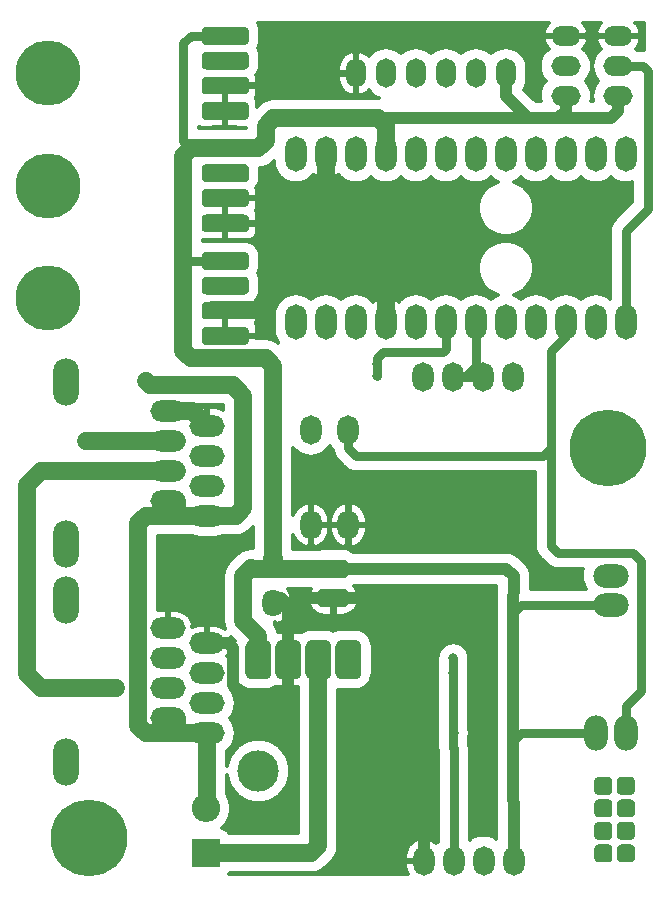
<source format=gtl>
G04 #@! TF.GenerationSoftware,KiCad,Pcbnew,5.1.5+dfsg1-2build2*
G04 #@! TF.CreationDate,2022-10-30T21:07:11+01:00*
G04 #@! TF.ProjectId,basicHiveSensor,62617369-6348-4697-9665-53656e736f72,rev?*
G04 #@! TF.SameCoordinates,Original*
G04 #@! TF.FileFunction,Copper,L1,Top*
G04 #@! TF.FilePolarity,Positive*
%FSLAX46Y46*%
G04 Gerber Fmt 4.6, Leading zero omitted, Abs format (unit mm)*
G04 Created by KiCad (PCBNEW 5.1.5+dfsg1-2build2) date 2022-10-30 21:07:11*
%MOMM*%
%LPD*%
G04 APERTURE LIST*
%ADD10C,0.150000*%
%ADD11O,2.000000X3.000000*%
%ADD12O,3.000000X2.000000*%
%ADD13O,1.800000X2.300000*%
%ADD14O,2.200000X4.000000*%
%ADD15O,3.000000X1.800000*%
%ADD16O,1.800000X3.000000*%
%ADD17C,6.500000*%
%ADD18C,0.800000*%
%ADD19O,1.700000X2.500000*%
%ADD20C,5.500000*%
%ADD21O,2.500000X1.700000*%
%ADD22O,1.800000X2.500000*%
%ADD23C,3.500000*%
%ADD24O,3.000000X1.600000*%
%ADD25O,2.400000X2.400000*%
%ADD26R,2.400000X2.400000*%
%ADD27C,0.800000*%
%ADD28C,1.000000*%
%ADD29C,1.500000*%
%ADD30C,0.300000*%
G04 APERTURE END LIST*
G04 #@! TA.AperFunction,SMDPad,CuDef*
D10*
G36*
X77253345Y-138304835D02*
G01*
X77290329Y-138310321D01*
X77326598Y-138319406D01*
X77361802Y-138332002D01*
X77395602Y-138347988D01*
X77427672Y-138367210D01*
X77457704Y-138389483D01*
X77485408Y-138414592D01*
X77510517Y-138442296D01*
X77532790Y-138472328D01*
X77552012Y-138504398D01*
X77567998Y-138538198D01*
X77580594Y-138573402D01*
X77589679Y-138609671D01*
X77595165Y-138646655D01*
X77597000Y-138684000D01*
X77597000Y-139446000D01*
X77595165Y-139483345D01*
X77589679Y-139520329D01*
X77580594Y-139556598D01*
X77567998Y-139591802D01*
X77552012Y-139625602D01*
X77532790Y-139657672D01*
X77510517Y-139687704D01*
X77485408Y-139715408D01*
X77457704Y-139740517D01*
X77427672Y-139762790D01*
X77395602Y-139782012D01*
X77361802Y-139797998D01*
X77326598Y-139810594D01*
X77290329Y-139819679D01*
X77253345Y-139825165D01*
X77216000Y-139827000D01*
X76454000Y-139827000D01*
X76416655Y-139825165D01*
X76379671Y-139819679D01*
X76343402Y-139810594D01*
X76308198Y-139797998D01*
X76274398Y-139782012D01*
X76242328Y-139762790D01*
X76212296Y-139740517D01*
X76184592Y-139715408D01*
X76159483Y-139687704D01*
X76137210Y-139657672D01*
X76117988Y-139625602D01*
X76102002Y-139591802D01*
X76089406Y-139556598D01*
X76080321Y-139520329D01*
X76074835Y-139483345D01*
X76073000Y-139446000D01*
X76073000Y-138684000D01*
X76074835Y-138646655D01*
X76080321Y-138609671D01*
X76089406Y-138573402D01*
X76102002Y-138538198D01*
X76117988Y-138504398D01*
X76137210Y-138472328D01*
X76159483Y-138442296D01*
X76184592Y-138414592D01*
X76212296Y-138389483D01*
X76242328Y-138367210D01*
X76274398Y-138347988D01*
X76308198Y-138332002D01*
X76343402Y-138319406D01*
X76379671Y-138310321D01*
X76416655Y-138304835D01*
X76454000Y-138303000D01*
X77216000Y-138303000D01*
X77253345Y-138304835D01*
G37*
G04 #@! TD.AperFunction*
G04 #@! TA.AperFunction,SMDPad,CuDef*
G36*
X79158345Y-138304835D02*
G01*
X79195329Y-138310321D01*
X79231598Y-138319406D01*
X79266802Y-138332002D01*
X79300602Y-138347988D01*
X79332672Y-138367210D01*
X79362704Y-138389483D01*
X79390408Y-138414592D01*
X79415517Y-138442296D01*
X79437790Y-138472328D01*
X79457012Y-138504398D01*
X79472998Y-138538198D01*
X79485594Y-138573402D01*
X79494679Y-138609671D01*
X79500165Y-138646655D01*
X79502000Y-138684000D01*
X79502000Y-139446000D01*
X79500165Y-139483345D01*
X79494679Y-139520329D01*
X79485594Y-139556598D01*
X79472998Y-139591802D01*
X79457012Y-139625602D01*
X79437790Y-139657672D01*
X79415517Y-139687704D01*
X79390408Y-139715408D01*
X79362704Y-139740517D01*
X79332672Y-139762790D01*
X79300602Y-139782012D01*
X79266802Y-139797998D01*
X79231598Y-139810594D01*
X79195329Y-139819679D01*
X79158345Y-139825165D01*
X79121000Y-139827000D01*
X78359000Y-139827000D01*
X78321655Y-139825165D01*
X78284671Y-139819679D01*
X78248402Y-139810594D01*
X78213198Y-139797998D01*
X78179398Y-139782012D01*
X78147328Y-139762790D01*
X78117296Y-139740517D01*
X78089592Y-139715408D01*
X78064483Y-139687704D01*
X78042210Y-139657672D01*
X78022988Y-139625602D01*
X78007002Y-139591802D01*
X77994406Y-139556598D01*
X77985321Y-139520329D01*
X77979835Y-139483345D01*
X77978000Y-139446000D01*
X77978000Y-138684000D01*
X77979835Y-138646655D01*
X77985321Y-138609671D01*
X77994406Y-138573402D01*
X78007002Y-138538198D01*
X78022988Y-138504398D01*
X78042210Y-138472328D01*
X78064483Y-138442296D01*
X78089592Y-138414592D01*
X78117296Y-138389483D01*
X78147328Y-138367210D01*
X78179398Y-138347988D01*
X78213198Y-138332002D01*
X78248402Y-138319406D01*
X78284671Y-138310321D01*
X78321655Y-138304835D01*
X78359000Y-138303000D01*
X79121000Y-138303000D01*
X79158345Y-138304835D01*
G37*
G04 #@! TD.AperFunction*
G04 #@! TA.AperFunction,SMDPad,CuDef*
G36*
X77253345Y-140209835D02*
G01*
X77290329Y-140215321D01*
X77326598Y-140224406D01*
X77361802Y-140237002D01*
X77395602Y-140252988D01*
X77427672Y-140272210D01*
X77457704Y-140294483D01*
X77485408Y-140319592D01*
X77510517Y-140347296D01*
X77532790Y-140377328D01*
X77552012Y-140409398D01*
X77567998Y-140443198D01*
X77580594Y-140478402D01*
X77589679Y-140514671D01*
X77595165Y-140551655D01*
X77597000Y-140589000D01*
X77597000Y-141351000D01*
X77595165Y-141388345D01*
X77589679Y-141425329D01*
X77580594Y-141461598D01*
X77567998Y-141496802D01*
X77552012Y-141530602D01*
X77532790Y-141562672D01*
X77510517Y-141592704D01*
X77485408Y-141620408D01*
X77457704Y-141645517D01*
X77427672Y-141667790D01*
X77395602Y-141687012D01*
X77361802Y-141702998D01*
X77326598Y-141715594D01*
X77290329Y-141724679D01*
X77253345Y-141730165D01*
X77216000Y-141732000D01*
X76454000Y-141732000D01*
X76416655Y-141730165D01*
X76379671Y-141724679D01*
X76343402Y-141715594D01*
X76308198Y-141702998D01*
X76274398Y-141687012D01*
X76242328Y-141667790D01*
X76212296Y-141645517D01*
X76184592Y-141620408D01*
X76159483Y-141592704D01*
X76137210Y-141562672D01*
X76117988Y-141530602D01*
X76102002Y-141496802D01*
X76089406Y-141461598D01*
X76080321Y-141425329D01*
X76074835Y-141388345D01*
X76073000Y-141351000D01*
X76073000Y-140589000D01*
X76074835Y-140551655D01*
X76080321Y-140514671D01*
X76089406Y-140478402D01*
X76102002Y-140443198D01*
X76117988Y-140409398D01*
X76137210Y-140377328D01*
X76159483Y-140347296D01*
X76184592Y-140319592D01*
X76212296Y-140294483D01*
X76242328Y-140272210D01*
X76274398Y-140252988D01*
X76308198Y-140237002D01*
X76343402Y-140224406D01*
X76379671Y-140215321D01*
X76416655Y-140209835D01*
X76454000Y-140208000D01*
X77216000Y-140208000D01*
X77253345Y-140209835D01*
G37*
G04 #@! TD.AperFunction*
G04 #@! TA.AperFunction,SMDPad,CuDef*
G36*
X79158345Y-140209835D02*
G01*
X79195329Y-140215321D01*
X79231598Y-140224406D01*
X79266802Y-140237002D01*
X79300602Y-140252988D01*
X79332672Y-140272210D01*
X79362704Y-140294483D01*
X79390408Y-140319592D01*
X79415517Y-140347296D01*
X79437790Y-140377328D01*
X79457012Y-140409398D01*
X79472998Y-140443198D01*
X79485594Y-140478402D01*
X79494679Y-140514671D01*
X79500165Y-140551655D01*
X79502000Y-140589000D01*
X79502000Y-141351000D01*
X79500165Y-141388345D01*
X79494679Y-141425329D01*
X79485594Y-141461598D01*
X79472998Y-141496802D01*
X79457012Y-141530602D01*
X79437790Y-141562672D01*
X79415517Y-141592704D01*
X79390408Y-141620408D01*
X79362704Y-141645517D01*
X79332672Y-141667790D01*
X79300602Y-141687012D01*
X79266802Y-141702998D01*
X79231598Y-141715594D01*
X79195329Y-141724679D01*
X79158345Y-141730165D01*
X79121000Y-141732000D01*
X78359000Y-141732000D01*
X78321655Y-141730165D01*
X78284671Y-141724679D01*
X78248402Y-141715594D01*
X78213198Y-141702998D01*
X78179398Y-141687012D01*
X78147328Y-141667790D01*
X78117296Y-141645517D01*
X78089592Y-141620408D01*
X78064483Y-141592704D01*
X78042210Y-141562672D01*
X78022988Y-141530602D01*
X78007002Y-141496802D01*
X77994406Y-141461598D01*
X77985321Y-141425329D01*
X77979835Y-141388345D01*
X77978000Y-141351000D01*
X77978000Y-140589000D01*
X77979835Y-140551655D01*
X77985321Y-140514671D01*
X77994406Y-140478402D01*
X78007002Y-140443198D01*
X78022988Y-140409398D01*
X78042210Y-140377328D01*
X78064483Y-140347296D01*
X78089592Y-140319592D01*
X78117296Y-140294483D01*
X78147328Y-140272210D01*
X78179398Y-140252988D01*
X78213198Y-140237002D01*
X78248402Y-140224406D01*
X78284671Y-140215321D01*
X78321655Y-140209835D01*
X78359000Y-140208000D01*
X79121000Y-140208000D01*
X79158345Y-140209835D01*
G37*
G04 #@! TD.AperFunction*
G04 #@! TA.AperFunction,SMDPad,CuDef*
G36*
X77253345Y-142114835D02*
G01*
X77290329Y-142120321D01*
X77326598Y-142129406D01*
X77361802Y-142142002D01*
X77395602Y-142157988D01*
X77427672Y-142177210D01*
X77457704Y-142199483D01*
X77485408Y-142224592D01*
X77510517Y-142252296D01*
X77532790Y-142282328D01*
X77552012Y-142314398D01*
X77567998Y-142348198D01*
X77580594Y-142383402D01*
X77589679Y-142419671D01*
X77595165Y-142456655D01*
X77597000Y-142494000D01*
X77597000Y-143256000D01*
X77595165Y-143293345D01*
X77589679Y-143330329D01*
X77580594Y-143366598D01*
X77567998Y-143401802D01*
X77552012Y-143435602D01*
X77532790Y-143467672D01*
X77510517Y-143497704D01*
X77485408Y-143525408D01*
X77457704Y-143550517D01*
X77427672Y-143572790D01*
X77395602Y-143592012D01*
X77361802Y-143607998D01*
X77326598Y-143620594D01*
X77290329Y-143629679D01*
X77253345Y-143635165D01*
X77216000Y-143637000D01*
X76454000Y-143637000D01*
X76416655Y-143635165D01*
X76379671Y-143629679D01*
X76343402Y-143620594D01*
X76308198Y-143607998D01*
X76274398Y-143592012D01*
X76242328Y-143572790D01*
X76212296Y-143550517D01*
X76184592Y-143525408D01*
X76159483Y-143497704D01*
X76137210Y-143467672D01*
X76117988Y-143435602D01*
X76102002Y-143401802D01*
X76089406Y-143366598D01*
X76080321Y-143330329D01*
X76074835Y-143293345D01*
X76073000Y-143256000D01*
X76073000Y-142494000D01*
X76074835Y-142456655D01*
X76080321Y-142419671D01*
X76089406Y-142383402D01*
X76102002Y-142348198D01*
X76117988Y-142314398D01*
X76137210Y-142282328D01*
X76159483Y-142252296D01*
X76184592Y-142224592D01*
X76212296Y-142199483D01*
X76242328Y-142177210D01*
X76274398Y-142157988D01*
X76308198Y-142142002D01*
X76343402Y-142129406D01*
X76379671Y-142120321D01*
X76416655Y-142114835D01*
X76454000Y-142113000D01*
X77216000Y-142113000D01*
X77253345Y-142114835D01*
G37*
G04 #@! TD.AperFunction*
G04 #@! TA.AperFunction,SMDPad,CuDef*
G36*
X79158345Y-142114835D02*
G01*
X79195329Y-142120321D01*
X79231598Y-142129406D01*
X79266802Y-142142002D01*
X79300602Y-142157988D01*
X79332672Y-142177210D01*
X79362704Y-142199483D01*
X79390408Y-142224592D01*
X79415517Y-142252296D01*
X79437790Y-142282328D01*
X79457012Y-142314398D01*
X79472998Y-142348198D01*
X79485594Y-142383402D01*
X79494679Y-142419671D01*
X79500165Y-142456655D01*
X79502000Y-142494000D01*
X79502000Y-143256000D01*
X79500165Y-143293345D01*
X79494679Y-143330329D01*
X79485594Y-143366598D01*
X79472998Y-143401802D01*
X79457012Y-143435602D01*
X79437790Y-143467672D01*
X79415517Y-143497704D01*
X79390408Y-143525408D01*
X79362704Y-143550517D01*
X79332672Y-143572790D01*
X79300602Y-143592012D01*
X79266802Y-143607998D01*
X79231598Y-143620594D01*
X79195329Y-143629679D01*
X79158345Y-143635165D01*
X79121000Y-143637000D01*
X78359000Y-143637000D01*
X78321655Y-143635165D01*
X78284671Y-143629679D01*
X78248402Y-143620594D01*
X78213198Y-143607998D01*
X78179398Y-143592012D01*
X78147328Y-143572790D01*
X78117296Y-143550517D01*
X78089592Y-143525408D01*
X78064483Y-143497704D01*
X78042210Y-143467672D01*
X78022988Y-143435602D01*
X78007002Y-143401802D01*
X77994406Y-143366598D01*
X77985321Y-143330329D01*
X77979835Y-143293345D01*
X77978000Y-143256000D01*
X77978000Y-142494000D01*
X77979835Y-142456655D01*
X77985321Y-142419671D01*
X77994406Y-142383402D01*
X78007002Y-142348198D01*
X78022988Y-142314398D01*
X78042210Y-142282328D01*
X78064483Y-142252296D01*
X78089592Y-142224592D01*
X78117296Y-142199483D01*
X78147328Y-142177210D01*
X78179398Y-142157988D01*
X78213198Y-142142002D01*
X78248402Y-142129406D01*
X78284671Y-142120321D01*
X78321655Y-142114835D01*
X78359000Y-142113000D01*
X79121000Y-142113000D01*
X79158345Y-142114835D01*
G37*
G04 #@! TD.AperFunction*
G04 #@! TA.AperFunction,SMDPad,CuDef*
G36*
X79158345Y-144019835D02*
G01*
X79195329Y-144025321D01*
X79231598Y-144034406D01*
X79266802Y-144047002D01*
X79300602Y-144062988D01*
X79332672Y-144082210D01*
X79362704Y-144104483D01*
X79390408Y-144129592D01*
X79415517Y-144157296D01*
X79437790Y-144187328D01*
X79457012Y-144219398D01*
X79472998Y-144253198D01*
X79485594Y-144288402D01*
X79494679Y-144324671D01*
X79500165Y-144361655D01*
X79502000Y-144399000D01*
X79502000Y-145161000D01*
X79500165Y-145198345D01*
X79494679Y-145235329D01*
X79485594Y-145271598D01*
X79472998Y-145306802D01*
X79457012Y-145340602D01*
X79437790Y-145372672D01*
X79415517Y-145402704D01*
X79390408Y-145430408D01*
X79362704Y-145455517D01*
X79332672Y-145477790D01*
X79300602Y-145497012D01*
X79266802Y-145512998D01*
X79231598Y-145525594D01*
X79195329Y-145534679D01*
X79158345Y-145540165D01*
X79121000Y-145542000D01*
X78359000Y-145542000D01*
X78321655Y-145540165D01*
X78284671Y-145534679D01*
X78248402Y-145525594D01*
X78213198Y-145512998D01*
X78179398Y-145497012D01*
X78147328Y-145477790D01*
X78117296Y-145455517D01*
X78089592Y-145430408D01*
X78064483Y-145402704D01*
X78042210Y-145372672D01*
X78022988Y-145340602D01*
X78007002Y-145306802D01*
X77994406Y-145271598D01*
X77985321Y-145235329D01*
X77979835Y-145198345D01*
X77978000Y-145161000D01*
X77978000Y-144399000D01*
X77979835Y-144361655D01*
X77985321Y-144324671D01*
X77994406Y-144288402D01*
X78007002Y-144253198D01*
X78022988Y-144219398D01*
X78042210Y-144187328D01*
X78064483Y-144157296D01*
X78089592Y-144129592D01*
X78117296Y-144104483D01*
X78147328Y-144082210D01*
X78179398Y-144062988D01*
X78213198Y-144047002D01*
X78248402Y-144034406D01*
X78284671Y-144025321D01*
X78321655Y-144019835D01*
X78359000Y-144018000D01*
X79121000Y-144018000D01*
X79158345Y-144019835D01*
G37*
G04 #@! TD.AperFunction*
G04 #@! TA.AperFunction,SMDPad,CuDef*
G36*
X77253345Y-144019835D02*
G01*
X77290329Y-144025321D01*
X77326598Y-144034406D01*
X77361802Y-144047002D01*
X77395602Y-144062988D01*
X77427672Y-144082210D01*
X77457704Y-144104483D01*
X77485408Y-144129592D01*
X77510517Y-144157296D01*
X77532790Y-144187328D01*
X77552012Y-144219398D01*
X77567998Y-144253198D01*
X77580594Y-144288402D01*
X77589679Y-144324671D01*
X77595165Y-144361655D01*
X77597000Y-144399000D01*
X77597000Y-145161000D01*
X77595165Y-145198345D01*
X77589679Y-145235329D01*
X77580594Y-145271598D01*
X77567998Y-145306802D01*
X77552012Y-145340602D01*
X77532790Y-145372672D01*
X77510517Y-145402704D01*
X77485408Y-145430408D01*
X77457704Y-145455517D01*
X77427672Y-145477790D01*
X77395602Y-145497012D01*
X77361802Y-145512998D01*
X77326598Y-145525594D01*
X77290329Y-145534679D01*
X77253345Y-145540165D01*
X77216000Y-145542000D01*
X76454000Y-145542000D01*
X76416655Y-145540165D01*
X76379671Y-145534679D01*
X76343402Y-145525594D01*
X76308198Y-145512998D01*
X76274398Y-145497012D01*
X76242328Y-145477790D01*
X76212296Y-145455517D01*
X76184592Y-145430408D01*
X76159483Y-145402704D01*
X76137210Y-145372672D01*
X76117988Y-145340602D01*
X76102002Y-145306802D01*
X76089406Y-145271598D01*
X76080321Y-145235329D01*
X76074835Y-145198345D01*
X76073000Y-145161000D01*
X76073000Y-144399000D01*
X76074835Y-144361655D01*
X76080321Y-144324671D01*
X76089406Y-144288402D01*
X76102002Y-144253198D01*
X76117988Y-144219398D01*
X76137210Y-144187328D01*
X76159483Y-144157296D01*
X76184592Y-144129592D01*
X76212296Y-144104483D01*
X76242328Y-144082210D01*
X76274398Y-144062988D01*
X76308198Y-144047002D01*
X76343402Y-144034406D01*
X76379671Y-144025321D01*
X76416655Y-144019835D01*
X76454000Y-144018000D01*
X77216000Y-144018000D01*
X77253345Y-144019835D01*
G37*
G04 #@! TD.AperFunction*
D11*
X76240000Y-134620000D03*
X78740000Y-134620000D03*
D12*
X77470000Y-123785000D03*
X77470000Y-121285000D03*
D13*
X48895000Y-120290000D03*
X48895000Y-123590000D03*
D14*
X31312000Y-137022000D03*
X31312000Y-123328000D03*
D15*
X43250000Y-134620000D03*
X39960000Y-133350000D03*
X43250000Y-132080000D03*
X39960000Y-130810000D03*
X43250000Y-129540000D03*
X39960000Y-128270000D03*
X43250000Y-127000000D03*
X39960000Y-125730000D03*
D14*
X31352000Y-118607000D03*
X31352000Y-104913000D03*
D15*
X43290000Y-116205000D03*
X40000000Y-114935000D03*
X43290000Y-113665000D03*
X40000000Y-112395000D03*
X43290000Y-111125000D03*
X40000000Y-109855000D03*
X43290000Y-108585000D03*
X40000000Y-107315000D03*
D16*
X78740000Y-85590000D03*
X76200000Y-85590000D03*
X73660000Y-85590000D03*
X71120000Y-85590000D03*
X68580000Y-85590000D03*
X66040000Y-85590000D03*
X63500000Y-85590000D03*
X60960000Y-85590000D03*
X58420000Y-85590000D03*
X55880000Y-85590000D03*
X53340000Y-85590000D03*
X50800000Y-85590000D03*
X66040000Y-99830000D03*
X60960000Y-99830000D03*
X55880000Y-99830000D03*
X73660000Y-99830000D03*
X68580000Y-99830000D03*
X58420000Y-99830000D03*
X76200000Y-99830000D03*
X53340000Y-99830000D03*
X78740000Y-99830000D03*
X63500000Y-99830000D03*
X50800000Y-99830000D03*
X71120000Y-99830000D03*
D17*
X77250000Y-110500000D03*
D18*
X79500000Y-110500000D03*
X78840990Y-112090990D03*
X75659010Y-108909010D03*
X77250000Y-108250000D03*
X77250000Y-112750000D03*
X75659010Y-112090990D03*
X78840990Y-108909010D03*
X75000000Y-110500000D03*
X33250000Y-141250000D03*
X34840990Y-145090990D03*
X31659010Y-141909010D03*
X31000000Y-143500000D03*
X35500000Y-143500000D03*
X34840990Y-141909010D03*
X31659010Y-145090990D03*
X33250000Y-145750000D03*
D17*
X33250000Y-143500000D03*
D19*
X60960000Y-78740000D03*
X58420000Y-78740000D03*
X55880000Y-78740000D03*
X63500000Y-78740000D03*
X66040000Y-78740000D03*
X68580000Y-78740000D03*
G04 #@! TA.AperFunction,SMDPad,CuDef*
D10*
G36*
X46476756Y-98066806D02*
G01*
X46513159Y-98072206D01*
X46548857Y-98081147D01*
X46583506Y-98093545D01*
X46616774Y-98109280D01*
X46648339Y-98128199D01*
X46677897Y-98150121D01*
X46705165Y-98174835D01*
X46729879Y-98202103D01*
X46751801Y-98231661D01*
X46770720Y-98263226D01*
X46786455Y-98296494D01*
X46798853Y-98331143D01*
X46807794Y-98366841D01*
X46813194Y-98403244D01*
X46815000Y-98440000D01*
X46815000Y-99190000D01*
X46813194Y-99226756D01*
X46807794Y-99263159D01*
X46798853Y-99298857D01*
X46786455Y-99333506D01*
X46770720Y-99366774D01*
X46751801Y-99398339D01*
X46729879Y-99427897D01*
X46705165Y-99455165D01*
X46677897Y-99479879D01*
X46648339Y-99501801D01*
X46616774Y-99520720D01*
X46583506Y-99536455D01*
X46548857Y-99548853D01*
X46513159Y-99557794D01*
X46476756Y-99563194D01*
X46440000Y-99565000D01*
X43190000Y-99565000D01*
X43153244Y-99563194D01*
X43116841Y-99557794D01*
X43081143Y-99548853D01*
X43046494Y-99536455D01*
X43013226Y-99520720D01*
X42981661Y-99501801D01*
X42952103Y-99479879D01*
X42924835Y-99455165D01*
X42900121Y-99427897D01*
X42878199Y-99398339D01*
X42859280Y-99366774D01*
X42843545Y-99333506D01*
X42831147Y-99298857D01*
X42822206Y-99263159D01*
X42816806Y-99226756D01*
X42815000Y-99190000D01*
X42815000Y-98440000D01*
X42816806Y-98403244D01*
X42822206Y-98366841D01*
X42831147Y-98331143D01*
X42843545Y-98296494D01*
X42859280Y-98263226D01*
X42878199Y-98231661D01*
X42900121Y-98202103D01*
X42924835Y-98174835D01*
X42952103Y-98150121D01*
X42981661Y-98128199D01*
X43013226Y-98109280D01*
X43046494Y-98093545D01*
X43081143Y-98081147D01*
X43116841Y-98072206D01*
X43153244Y-98066806D01*
X43190000Y-98065000D01*
X46440000Y-98065000D01*
X46476756Y-98066806D01*
G37*
G04 #@! TD.AperFunction*
D20*
X29845000Y-97790000D03*
G04 #@! TA.AperFunction,SMDPad,CuDef*
D10*
G36*
X46476756Y-93866806D02*
G01*
X46513159Y-93872206D01*
X46548857Y-93881147D01*
X46583506Y-93893545D01*
X46616774Y-93909280D01*
X46648339Y-93928199D01*
X46677897Y-93950121D01*
X46705165Y-93974835D01*
X46729879Y-94002103D01*
X46751801Y-94031661D01*
X46770720Y-94063226D01*
X46786455Y-94096494D01*
X46798853Y-94131143D01*
X46807794Y-94166841D01*
X46813194Y-94203244D01*
X46815000Y-94240000D01*
X46815000Y-94990000D01*
X46813194Y-95026756D01*
X46807794Y-95063159D01*
X46798853Y-95098857D01*
X46786455Y-95133506D01*
X46770720Y-95166774D01*
X46751801Y-95198339D01*
X46729879Y-95227897D01*
X46705165Y-95255165D01*
X46677897Y-95279879D01*
X46648339Y-95301801D01*
X46616774Y-95320720D01*
X46583506Y-95336455D01*
X46548857Y-95348853D01*
X46513159Y-95357794D01*
X46476756Y-95363194D01*
X46440000Y-95365000D01*
X43190000Y-95365000D01*
X43153244Y-95363194D01*
X43116841Y-95357794D01*
X43081143Y-95348853D01*
X43046494Y-95336455D01*
X43013226Y-95320720D01*
X42981661Y-95301801D01*
X42952103Y-95279879D01*
X42924835Y-95255165D01*
X42900121Y-95227897D01*
X42878199Y-95198339D01*
X42859280Y-95166774D01*
X42843545Y-95133506D01*
X42831147Y-95098857D01*
X42822206Y-95063159D01*
X42816806Y-95026756D01*
X42815000Y-94990000D01*
X42815000Y-94240000D01*
X42816806Y-94203244D01*
X42822206Y-94166841D01*
X42831147Y-94131143D01*
X42843545Y-94096494D01*
X42859280Y-94063226D01*
X42878199Y-94031661D01*
X42900121Y-94002103D01*
X42924835Y-93974835D01*
X42952103Y-93950121D01*
X42981661Y-93928199D01*
X43013226Y-93909280D01*
X43046494Y-93893545D01*
X43081143Y-93881147D01*
X43116841Y-93872206D01*
X43153244Y-93866806D01*
X43190000Y-93865000D01*
X46440000Y-93865000D01*
X46476756Y-93866806D01*
G37*
G04 #@! TD.AperFunction*
G04 #@! TA.AperFunction,SMDPad,CuDef*
G36*
X46476756Y-95966806D02*
G01*
X46513159Y-95972206D01*
X46548857Y-95981147D01*
X46583506Y-95993545D01*
X46616774Y-96009280D01*
X46648339Y-96028199D01*
X46677897Y-96050121D01*
X46705165Y-96074835D01*
X46729879Y-96102103D01*
X46751801Y-96131661D01*
X46770720Y-96163226D01*
X46786455Y-96196494D01*
X46798853Y-96231143D01*
X46807794Y-96266841D01*
X46813194Y-96303244D01*
X46815000Y-96340000D01*
X46815000Y-97090000D01*
X46813194Y-97126756D01*
X46807794Y-97163159D01*
X46798853Y-97198857D01*
X46786455Y-97233506D01*
X46770720Y-97266774D01*
X46751801Y-97298339D01*
X46729879Y-97327897D01*
X46705165Y-97355165D01*
X46677897Y-97379879D01*
X46648339Y-97401801D01*
X46616774Y-97420720D01*
X46583506Y-97436455D01*
X46548857Y-97448853D01*
X46513159Y-97457794D01*
X46476756Y-97463194D01*
X46440000Y-97465000D01*
X43190000Y-97465000D01*
X43153244Y-97463194D01*
X43116841Y-97457794D01*
X43081143Y-97448853D01*
X43046494Y-97436455D01*
X43013226Y-97420720D01*
X42981661Y-97401801D01*
X42952103Y-97379879D01*
X42924835Y-97355165D01*
X42900121Y-97327897D01*
X42878199Y-97298339D01*
X42859280Y-97266774D01*
X42843545Y-97233506D01*
X42831147Y-97198857D01*
X42822206Y-97163159D01*
X42816806Y-97126756D01*
X42815000Y-97090000D01*
X42815000Y-96340000D01*
X42816806Y-96303244D01*
X42822206Y-96266841D01*
X42831147Y-96231143D01*
X42843545Y-96196494D01*
X42859280Y-96163226D01*
X42878199Y-96131661D01*
X42900121Y-96102103D01*
X42924835Y-96074835D01*
X42952103Y-96050121D01*
X42981661Y-96028199D01*
X43013226Y-96009280D01*
X43046494Y-95993545D01*
X43081143Y-95981147D01*
X43116841Y-95972206D01*
X43153244Y-95966806D01*
X43190000Y-95965000D01*
X46440000Y-95965000D01*
X46476756Y-95966806D01*
G37*
G04 #@! TD.AperFunction*
G04 #@! TA.AperFunction,SMDPad,CuDef*
G36*
X46476756Y-100216806D02*
G01*
X46513159Y-100222206D01*
X46548857Y-100231147D01*
X46583506Y-100243545D01*
X46616774Y-100259280D01*
X46648339Y-100278199D01*
X46677897Y-100300121D01*
X46705165Y-100324835D01*
X46729879Y-100352103D01*
X46751801Y-100381661D01*
X46770720Y-100413226D01*
X46786455Y-100446494D01*
X46798853Y-100481143D01*
X46807794Y-100516841D01*
X46813194Y-100553244D01*
X46815000Y-100590000D01*
X46815000Y-101340000D01*
X46813194Y-101376756D01*
X46807794Y-101413159D01*
X46798853Y-101448857D01*
X46786455Y-101483506D01*
X46770720Y-101516774D01*
X46751801Y-101548339D01*
X46729879Y-101577897D01*
X46705165Y-101605165D01*
X46677897Y-101629879D01*
X46648339Y-101651801D01*
X46616774Y-101670720D01*
X46583506Y-101686455D01*
X46548857Y-101698853D01*
X46513159Y-101707794D01*
X46476756Y-101713194D01*
X46440000Y-101715000D01*
X43190000Y-101715000D01*
X43153244Y-101713194D01*
X43116841Y-101707794D01*
X43081143Y-101698853D01*
X43046494Y-101686455D01*
X43013226Y-101670720D01*
X42981661Y-101651801D01*
X42952103Y-101629879D01*
X42924835Y-101605165D01*
X42900121Y-101577897D01*
X42878199Y-101548339D01*
X42859280Y-101516774D01*
X42843545Y-101483506D01*
X42831147Y-101448857D01*
X42822206Y-101413159D01*
X42816806Y-101376756D01*
X42815000Y-101340000D01*
X42815000Y-100590000D01*
X42816806Y-100553244D01*
X42822206Y-100516841D01*
X42831147Y-100481143D01*
X42843545Y-100446494D01*
X42859280Y-100413226D01*
X42878199Y-100381661D01*
X42900121Y-100352103D01*
X42924835Y-100324835D01*
X42952103Y-100300121D01*
X42981661Y-100278199D01*
X43013226Y-100259280D01*
X43046494Y-100243545D01*
X43081143Y-100231147D01*
X43116841Y-100222206D01*
X43153244Y-100216806D01*
X43190000Y-100215000D01*
X46440000Y-100215000D01*
X46476756Y-100216806D01*
G37*
G04 #@! TD.AperFunction*
G04 #@! TA.AperFunction,SMDPad,CuDef*
G36*
X46476756Y-88541806D02*
G01*
X46513159Y-88547206D01*
X46548857Y-88556147D01*
X46583506Y-88568545D01*
X46616774Y-88584280D01*
X46648339Y-88603199D01*
X46677897Y-88625121D01*
X46705165Y-88649835D01*
X46729879Y-88677103D01*
X46751801Y-88706661D01*
X46770720Y-88738226D01*
X46786455Y-88771494D01*
X46798853Y-88806143D01*
X46807794Y-88841841D01*
X46813194Y-88878244D01*
X46815000Y-88915000D01*
X46815000Y-89665000D01*
X46813194Y-89701756D01*
X46807794Y-89738159D01*
X46798853Y-89773857D01*
X46786455Y-89808506D01*
X46770720Y-89841774D01*
X46751801Y-89873339D01*
X46729879Y-89902897D01*
X46705165Y-89930165D01*
X46677897Y-89954879D01*
X46648339Y-89976801D01*
X46616774Y-89995720D01*
X46583506Y-90011455D01*
X46548857Y-90023853D01*
X46513159Y-90032794D01*
X46476756Y-90038194D01*
X46440000Y-90040000D01*
X43190000Y-90040000D01*
X43153244Y-90038194D01*
X43116841Y-90032794D01*
X43081143Y-90023853D01*
X43046494Y-90011455D01*
X43013226Y-89995720D01*
X42981661Y-89976801D01*
X42952103Y-89954879D01*
X42924835Y-89930165D01*
X42900121Y-89902897D01*
X42878199Y-89873339D01*
X42859280Y-89841774D01*
X42843545Y-89808506D01*
X42831147Y-89773857D01*
X42822206Y-89738159D01*
X42816806Y-89701756D01*
X42815000Y-89665000D01*
X42815000Y-88915000D01*
X42816806Y-88878244D01*
X42822206Y-88841841D01*
X42831147Y-88806143D01*
X42843545Y-88771494D01*
X42859280Y-88738226D01*
X42878199Y-88706661D01*
X42900121Y-88677103D01*
X42924835Y-88649835D01*
X42952103Y-88625121D01*
X42981661Y-88603199D01*
X43013226Y-88584280D01*
X43046494Y-88568545D01*
X43081143Y-88556147D01*
X43116841Y-88547206D01*
X43153244Y-88541806D01*
X43190000Y-88540000D01*
X46440000Y-88540000D01*
X46476756Y-88541806D01*
G37*
G04 #@! TD.AperFunction*
D20*
X29845000Y-88265000D03*
G04 #@! TA.AperFunction,SMDPad,CuDef*
D10*
G36*
X46476756Y-84341806D02*
G01*
X46513159Y-84347206D01*
X46548857Y-84356147D01*
X46583506Y-84368545D01*
X46616774Y-84384280D01*
X46648339Y-84403199D01*
X46677897Y-84425121D01*
X46705165Y-84449835D01*
X46729879Y-84477103D01*
X46751801Y-84506661D01*
X46770720Y-84538226D01*
X46786455Y-84571494D01*
X46798853Y-84606143D01*
X46807794Y-84641841D01*
X46813194Y-84678244D01*
X46815000Y-84715000D01*
X46815000Y-85465000D01*
X46813194Y-85501756D01*
X46807794Y-85538159D01*
X46798853Y-85573857D01*
X46786455Y-85608506D01*
X46770720Y-85641774D01*
X46751801Y-85673339D01*
X46729879Y-85702897D01*
X46705165Y-85730165D01*
X46677897Y-85754879D01*
X46648339Y-85776801D01*
X46616774Y-85795720D01*
X46583506Y-85811455D01*
X46548857Y-85823853D01*
X46513159Y-85832794D01*
X46476756Y-85838194D01*
X46440000Y-85840000D01*
X43190000Y-85840000D01*
X43153244Y-85838194D01*
X43116841Y-85832794D01*
X43081143Y-85823853D01*
X43046494Y-85811455D01*
X43013226Y-85795720D01*
X42981661Y-85776801D01*
X42952103Y-85754879D01*
X42924835Y-85730165D01*
X42900121Y-85702897D01*
X42878199Y-85673339D01*
X42859280Y-85641774D01*
X42843545Y-85608506D01*
X42831147Y-85573857D01*
X42822206Y-85538159D01*
X42816806Y-85501756D01*
X42815000Y-85465000D01*
X42815000Y-84715000D01*
X42816806Y-84678244D01*
X42822206Y-84641841D01*
X42831147Y-84606143D01*
X42843545Y-84571494D01*
X42859280Y-84538226D01*
X42878199Y-84506661D01*
X42900121Y-84477103D01*
X42924835Y-84449835D01*
X42952103Y-84425121D01*
X42981661Y-84403199D01*
X43013226Y-84384280D01*
X43046494Y-84368545D01*
X43081143Y-84356147D01*
X43116841Y-84347206D01*
X43153244Y-84341806D01*
X43190000Y-84340000D01*
X46440000Y-84340000D01*
X46476756Y-84341806D01*
G37*
G04 #@! TD.AperFunction*
G04 #@! TA.AperFunction,SMDPad,CuDef*
G36*
X46476756Y-86441806D02*
G01*
X46513159Y-86447206D01*
X46548857Y-86456147D01*
X46583506Y-86468545D01*
X46616774Y-86484280D01*
X46648339Y-86503199D01*
X46677897Y-86525121D01*
X46705165Y-86549835D01*
X46729879Y-86577103D01*
X46751801Y-86606661D01*
X46770720Y-86638226D01*
X46786455Y-86671494D01*
X46798853Y-86706143D01*
X46807794Y-86741841D01*
X46813194Y-86778244D01*
X46815000Y-86815000D01*
X46815000Y-87565000D01*
X46813194Y-87601756D01*
X46807794Y-87638159D01*
X46798853Y-87673857D01*
X46786455Y-87708506D01*
X46770720Y-87741774D01*
X46751801Y-87773339D01*
X46729879Y-87802897D01*
X46705165Y-87830165D01*
X46677897Y-87854879D01*
X46648339Y-87876801D01*
X46616774Y-87895720D01*
X46583506Y-87911455D01*
X46548857Y-87923853D01*
X46513159Y-87932794D01*
X46476756Y-87938194D01*
X46440000Y-87940000D01*
X43190000Y-87940000D01*
X43153244Y-87938194D01*
X43116841Y-87932794D01*
X43081143Y-87923853D01*
X43046494Y-87911455D01*
X43013226Y-87895720D01*
X42981661Y-87876801D01*
X42952103Y-87854879D01*
X42924835Y-87830165D01*
X42900121Y-87802897D01*
X42878199Y-87773339D01*
X42859280Y-87741774D01*
X42843545Y-87708506D01*
X42831147Y-87673857D01*
X42822206Y-87638159D01*
X42816806Y-87601756D01*
X42815000Y-87565000D01*
X42815000Y-86815000D01*
X42816806Y-86778244D01*
X42822206Y-86741841D01*
X42831147Y-86706143D01*
X42843545Y-86671494D01*
X42859280Y-86638226D01*
X42878199Y-86606661D01*
X42900121Y-86577103D01*
X42924835Y-86549835D01*
X42952103Y-86525121D01*
X42981661Y-86503199D01*
X43013226Y-86484280D01*
X43046494Y-86468545D01*
X43081143Y-86456147D01*
X43116841Y-86447206D01*
X43153244Y-86441806D01*
X43190000Y-86440000D01*
X46440000Y-86440000D01*
X46476756Y-86441806D01*
G37*
G04 #@! TD.AperFunction*
G04 #@! TA.AperFunction,SMDPad,CuDef*
G36*
X46476756Y-90691806D02*
G01*
X46513159Y-90697206D01*
X46548857Y-90706147D01*
X46583506Y-90718545D01*
X46616774Y-90734280D01*
X46648339Y-90753199D01*
X46677897Y-90775121D01*
X46705165Y-90799835D01*
X46729879Y-90827103D01*
X46751801Y-90856661D01*
X46770720Y-90888226D01*
X46786455Y-90921494D01*
X46798853Y-90956143D01*
X46807794Y-90991841D01*
X46813194Y-91028244D01*
X46815000Y-91065000D01*
X46815000Y-91815000D01*
X46813194Y-91851756D01*
X46807794Y-91888159D01*
X46798853Y-91923857D01*
X46786455Y-91958506D01*
X46770720Y-91991774D01*
X46751801Y-92023339D01*
X46729879Y-92052897D01*
X46705165Y-92080165D01*
X46677897Y-92104879D01*
X46648339Y-92126801D01*
X46616774Y-92145720D01*
X46583506Y-92161455D01*
X46548857Y-92173853D01*
X46513159Y-92182794D01*
X46476756Y-92188194D01*
X46440000Y-92190000D01*
X43190000Y-92190000D01*
X43153244Y-92188194D01*
X43116841Y-92182794D01*
X43081143Y-92173853D01*
X43046494Y-92161455D01*
X43013226Y-92145720D01*
X42981661Y-92126801D01*
X42952103Y-92104879D01*
X42924835Y-92080165D01*
X42900121Y-92052897D01*
X42878199Y-92023339D01*
X42859280Y-91991774D01*
X42843545Y-91958506D01*
X42831147Y-91923857D01*
X42822206Y-91888159D01*
X42816806Y-91851756D01*
X42815000Y-91815000D01*
X42815000Y-91065000D01*
X42816806Y-91028244D01*
X42822206Y-90991841D01*
X42831147Y-90956143D01*
X42843545Y-90921494D01*
X42859280Y-90888226D01*
X42878199Y-90856661D01*
X42900121Y-90827103D01*
X42924835Y-90799835D01*
X42952103Y-90775121D01*
X42981661Y-90753199D01*
X43013226Y-90734280D01*
X43046494Y-90718545D01*
X43081143Y-90706147D01*
X43116841Y-90697206D01*
X43153244Y-90691806D01*
X43190000Y-90690000D01*
X46440000Y-90690000D01*
X46476756Y-90691806D01*
G37*
G04 #@! TD.AperFunction*
G04 #@! TA.AperFunction,SMDPad,CuDef*
G36*
X46476756Y-79016806D02*
G01*
X46513159Y-79022206D01*
X46548857Y-79031147D01*
X46583506Y-79043545D01*
X46616774Y-79059280D01*
X46648339Y-79078199D01*
X46677897Y-79100121D01*
X46705165Y-79124835D01*
X46729879Y-79152103D01*
X46751801Y-79181661D01*
X46770720Y-79213226D01*
X46786455Y-79246494D01*
X46798853Y-79281143D01*
X46807794Y-79316841D01*
X46813194Y-79353244D01*
X46815000Y-79390000D01*
X46815000Y-80140000D01*
X46813194Y-80176756D01*
X46807794Y-80213159D01*
X46798853Y-80248857D01*
X46786455Y-80283506D01*
X46770720Y-80316774D01*
X46751801Y-80348339D01*
X46729879Y-80377897D01*
X46705165Y-80405165D01*
X46677897Y-80429879D01*
X46648339Y-80451801D01*
X46616774Y-80470720D01*
X46583506Y-80486455D01*
X46548857Y-80498853D01*
X46513159Y-80507794D01*
X46476756Y-80513194D01*
X46440000Y-80515000D01*
X43190000Y-80515000D01*
X43153244Y-80513194D01*
X43116841Y-80507794D01*
X43081143Y-80498853D01*
X43046494Y-80486455D01*
X43013226Y-80470720D01*
X42981661Y-80451801D01*
X42952103Y-80429879D01*
X42924835Y-80405165D01*
X42900121Y-80377897D01*
X42878199Y-80348339D01*
X42859280Y-80316774D01*
X42843545Y-80283506D01*
X42831147Y-80248857D01*
X42822206Y-80213159D01*
X42816806Y-80176756D01*
X42815000Y-80140000D01*
X42815000Y-79390000D01*
X42816806Y-79353244D01*
X42822206Y-79316841D01*
X42831147Y-79281143D01*
X42843545Y-79246494D01*
X42859280Y-79213226D01*
X42878199Y-79181661D01*
X42900121Y-79152103D01*
X42924835Y-79124835D01*
X42952103Y-79100121D01*
X42981661Y-79078199D01*
X43013226Y-79059280D01*
X43046494Y-79043545D01*
X43081143Y-79031147D01*
X43116841Y-79022206D01*
X43153244Y-79016806D01*
X43190000Y-79015000D01*
X46440000Y-79015000D01*
X46476756Y-79016806D01*
G37*
G04 #@! TD.AperFunction*
D20*
X29845000Y-78740000D03*
G04 #@! TA.AperFunction,SMDPad,CuDef*
D10*
G36*
X46476756Y-74816806D02*
G01*
X46513159Y-74822206D01*
X46548857Y-74831147D01*
X46583506Y-74843545D01*
X46616774Y-74859280D01*
X46648339Y-74878199D01*
X46677897Y-74900121D01*
X46705165Y-74924835D01*
X46729879Y-74952103D01*
X46751801Y-74981661D01*
X46770720Y-75013226D01*
X46786455Y-75046494D01*
X46798853Y-75081143D01*
X46807794Y-75116841D01*
X46813194Y-75153244D01*
X46815000Y-75190000D01*
X46815000Y-75940000D01*
X46813194Y-75976756D01*
X46807794Y-76013159D01*
X46798853Y-76048857D01*
X46786455Y-76083506D01*
X46770720Y-76116774D01*
X46751801Y-76148339D01*
X46729879Y-76177897D01*
X46705165Y-76205165D01*
X46677897Y-76229879D01*
X46648339Y-76251801D01*
X46616774Y-76270720D01*
X46583506Y-76286455D01*
X46548857Y-76298853D01*
X46513159Y-76307794D01*
X46476756Y-76313194D01*
X46440000Y-76315000D01*
X43190000Y-76315000D01*
X43153244Y-76313194D01*
X43116841Y-76307794D01*
X43081143Y-76298853D01*
X43046494Y-76286455D01*
X43013226Y-76270720D01*
X42981661Y-76251801D01*
X42952103Y-76229879D01*
X42924835Y-76205165D01*
X42900121Y-76177897D01*
X42878199Y-76148339D01*
X42859280Y-76116774D01*
X42843545Y-76083506D01*
X42831147Y-76048857D01*
X42822206Y-76013159D01*
X42816806Y-75976756D01*
X42815000Y-75940000D01*
X42815000Y-75190000D01*
X42816806Y-75153244D01*
X42822206Y-75116841D01*
X42831147Y-75081143D01*
X42843545Y-75046494D01*
X42859280Y-75013226D01*
X42878199Y-74981661D01*
X42900121Y-74952103D01*
X42924835Y-74924835D01*
X42952103Y-74900121D01*
X42981661Y-74878199D01*
X43013226Y-74859280D01*
X43046494Y-74843545D01*
X43081143Y-74831147D01*
X43116841Y-74822206D01*
X43153244Y-74816806D01*
X43190000Y-74815000D01*
X46440000Y-74815000D01*
X46476756Y-74816806D01*
G37*
G04 #@! TD.AperFunction*
G04 #@! TA.AperFunction,SMDPad,CuDef*
G36*
X46476756Y-76916806D02*
G01*
X46513159Y-76922206D01*
X46548857Y-76931147D01*
X46583506Y-76943545D01*
X46616774Y-76959280D01*
X46648339Y-76978199D01*
X46677897Y-77000121D01*
X46705165Y-77024835D01*
X46729879Y-77052103D01*
X46751801Y-77081661D01*
X46770720Y-77113226D01*
X46786455Y-77146494D01*
X46798853Y-77181143D01*
X46807794Y-77216841D01*
X46813194Y-77253244D01*
X46815000Y-77290000D01*
X46815000Y-78040000D01*
X46813194Y-78076756D01*
X46807794Y-78113159D01*
X46798853Y-78148857D01*
X46786455Y-78183506D01*
X46770720Y-78216774D01*
X46751801Y-78248339D01*
X46729879Y-78277897D01*
X46705165Y-78305165D01*
X46677897Y-78329879D01*
X46648339Y-78351801D01*
X46616774Y-78370720D01*
X46583506Y-78386455D01*
X46548857Y-78398853D01*
X46513159Y-78407794D01*
X46476756Y-78413194D01*
X46440000Y-78415000D01*
X43190000Y-78415000D01*
X43153244Y-78413194D01*
X43116841Y-78407794D01*
X43081143Y-78398853D01*
X43046494Y-78386455D01*
X43013226Y-78370720D01*
X42981661Y-78351801D01*
X42952103Y-78329879D01*
X42924835Y-78305165D01*
X42900121Y-78277897D01*
X42878199Y-78248339D01*
X42859280Y-78216774D01*
X42843545Y-78183506D01*
X42831147Y-78148857D01*
X42822206Y-78113159D01*
X42816806Y-78076756D01*
X42815000Y-78040000D01*
X42815000Y-77290000D01*
X42816806Y-77253244D01*
X42822206Y-77216841D01*
X42831147Y-77181143D01*
X42843545Y-77146494D01*
X42859280Y-77113226D01*
X42878199Y-77081661D01*
X42900121Y-77052103D01*
X42924835Y-77024835D01*
X42952103Y-77000121D01*
X42981661Y-76978199D01*
X43013226Y-76959280D01*
X43046494Y-76943545D01*
X43081143Y-76931147D01*
X43116841Y-76922206D01*
X43153244Y-76916806D01*
X43190000Y-76915000D01*
X46440000Y-76915000D01*
X46476756Y-76916806D01*
G37*
G04 #@! TD.AperFunction*
G04 #@! TA.AperFunction,SMDPad,CuDef*
G36*
X46476756Y-81166806D02*
G01*
X46513159Y-81172206D01*
X46548857Y-81181147D01*
X46583506Y-81193545D01*
X46616774Y-81209280D01*
X46648339Y-81228199D01*
X46677897Y-81250121D01*
X46705165Y-81274835D01*
X46729879Y-81302103D01*
X46751801Y-81331661D01*
X46770720Y-81363226D01*
X46786455Y-81396494D01*
X46798853Y-81431143D01*
X46807794Y-81466841D01*
X46813194Y-81503244D01*
X46815000Y-81540000D01*
X46815000Y-82290000D01*
X46813194Y-82326756D01*
X46807794Y-82363159D01*
X46798853Y-82398857D01*
X46786455Y-82433506D01*
X46770720Y-82466774D01*
X46751801Y-82498339D01*
X46729879Y-82527897D01*
X46705165Y-82555165D01*
X46677897Y-82579879D01*
X46648339Y-82601801D01*
X46616774Y-82620720D01*
X46583506Y-82636455D01*
X46548857Y-82648853D01*
X46513159Y-82657794D01*
X46476756Y-82663194D01*
X46440000Y-82665000D01*
X43190000Y-82665000D01*
X43153244Y-82663194D01*
X43116841Y-82657794D01*
X43081143Y-82648853D01*
X43046494Y-82636455D01*
X43013226Y-82620720D01*
X42981661Y-82601801D01*
X42952103Y-82579879D01*
X42924835Y-82555165D01*
X42900121Y-82527897D01*
X42878199Y-82498339D01*
X42859280Y-82466774D01*
X42843545Y-82433506D01*
X42831147Y-82398857D01*
X42822206Y-82363159D01*
X42816806Y-82326756D01*
X42815000Y-82290000D01*
X42815000Y-81540000D01*
X42816806Y-81503244D01*
X42822206Y-81466841D01*
X42831147Y-81431143D01*
X42843545Y-81396494D01*
X42859280Y-81363226D01*
X42878199Y-81331661D01*
X42900121Y-81302103D01*
X42924835Y-81274835D01*
X42952103Y-81250121D01*
X42981661Y-81228199D01*
X43013226Y-81209280D01*
X43046494Y-81193545D01*
X43081143Y-81181147D01*
X43116841Y-81172206D01*
X43153244Y-81166806D01*
X43190000Y-81165000D01*
X46440000Y-81165000D01*
X46476756Y-81166806D01*
G37*
G04 #@! TD.AperFunction*
D21*
X78105000Y-75565000D03*
X78105000Y-78105000D03*
X78105000Y-80645000D03*
X73660000Y-75565000D03*
X73660000Y-78105000D03*
X73660000Y-80645000D03*
D22*
X64155000Y-145415000D03*
X66695000Y-145415000D03*
X61615000Y-145415000D03*
X69235000Y-145415000D03*
X61595000Y-104415000D03*
X64135000Y-104415000D03*
X66675000Y-104415000D03*
X69215000Y-104415000D03*
D23*
X47625000Y-137795000D03*
G04 #@! TA.AperFunction,ComponentPad*
D10*
G36*
X48228909Y-126737648D02*
G01*
X48282300Y-126745568D01*
X48334657Y-126758683D01*
X48385476Y-126776866D01*
X48434268Y-126799943D01*
X48480564Y-126827692D01*
X48523916Y-126859844D01*
X48563909Y-126896091D01*
X48600156Y-126936084D01*
X48632308Y-126979436D01*
X48660057Y-127025732D01*
X48683134Y-127074524D01*
X48701317Y-127125343D01*
X48714432Y-127177700D01*
X48722352Y-127231091D01*
X48725000Y-127285000D01*
X48725000Y-129485000D01*
X48722352Y-129538909D01*
X48714432Y-129592300D01*
X48701317Y-129644657D01*
X48683134Y-129695476D01*
X48660057Y-129744268D01*
X48632308Y-129790564D01*
X48600156Y-129833916D01*
X48563909Y-129873909D01*
X48523916Y-129910156D01*
X48480564Y-129942308D01*
X48434268Y-129970057D01*
X48385476Y-129993134D01*
X48334657Y-130011317D01*
X48282300Y-130024432D01*
X48228909Y-130032352D01*
X48175000Y-130035000D01*
X47075000Y-130035000D01*
X47021091Y-130032352D01*
X46967700Y-130024432D01*
X46915343Y-130011317D01*
X46864524Y-129993134D01*
X46815732Y-129970057D01*
X46769436Y-129942308D01*
X46726084Y-129910156D01*
X46686091Y-129873909D01*
X46649844Y-129833916D01*
X46617692Y-129790564D01*
X46589943Y-129744268D01*
X46566866Y-129695476D01*
X46548683Y-129644657D01*
X46535568Y-129592300D01*
X46527648Y-129538909D01*
X46525000Y-129485000D01*
X46525000Y-127285000D01*
X46527648Y-127231091D01*
X46535568Y-127177700D01*
X46548683Y-127125343D01*
X46566866Y-127074524D01*
X46589943Y-127025732D01*
X46617692Y-126979436D01*
X46649844Y-126936084D01*
X46686091Y-126896091D01*
X46726084Y-126859844D01*
X46769436Y-126827692D01*
X46815732Y-126799943D01*
X46864524Y-126776866D01*
X46915343Y-126758683D01*
X46967700Y-126745568D01*
X47021091Y-126737648D01*
X47075000Y-126735000D01*
X48175000Y-126735000D01*
X48228909Y-126737648D01*
G37*
G04 #@! TD.AperFunction*
G04 #@! TA.AperFunction,ComponentPad*
G36*
X50768909Y-126737648D02*
G01*
X50822300Y-126745568D01*
X50874657Y-126758683D01*
X50925476Y-126776866D01*
X50974268Y-126799943D01*
X51020564Y-126827692D01*
X51063916Y-126859844D01*
X51103909Y-126896091D01*
X51140156Y-126936084D01*
X51172308Y-126979436D01*
X51200057Y-127025732D01*
X51223134Y-127074524D01*
X51241317Y-127125343D01*
X51254432Y-127177700D01*
X51262352Y-127231091D01*
X51265000Y-127285000D01*
X51265000Y-129485000D01*
X51262352Y-129538909D01*
X51254432Y-129592300D01*
X51241317Y-129644657D01*
X51223134Y-129695476D01*
X51200057Y-129744268D01*
X51172308Y-129790564D01*
X51140156Y-129833916D01*
X51103909Y-129873909D01*
X51063916Y-129910156D01*
X51020564Y-129942308D01*
X50974268Y-129970057D01*
X50925476Y-129993134D01*
X50874657Y-130011317D01*
X50822300Y-130024432D01*
X50768909Y-130032352D01*
X50715000Y-130035000D01*
X49615000Y-130035000D01*
X49561091Y-130032352D01*
X49507700Y-130024432D01*
X49455343Y-130011317D01*
X49404524Y-129993134D01*
X49355732Y-129970057D01*
X49309436Y-129942308D01*
X49266084Y-129910156D01*
X49226091Y-129873909D01*
X49189844Y-129833916D01*
X49157692Y-129790564D01*
X49129943Y-129744268D01*
X49106866Y-129695476D01*
X49088683Y-129644657D01*
X49075568Y-129592300D01*
X49067648Y-129538909D01*
X49065000Y-129485000D01*
X49065000Y-127285000D01*
X49067648Y-127231091D01*
X49075568Y-127177700D01*
X49088683Y-127125343D01*
X49106866Y-127074524D01*
X49129943Y-127025732D01*
X49157692Y-126979436D01*
X49189844Y-126936084D01*
X49226091Y-126896091D01*
X49266084Y-126859844D01*
X49309436Y-126827692D01*
X49355732Y-126799943D01*
X49404524Y-126776866D01*
X49455343Y-126758683D01*
X49507700Y-126745568D01*
X49561091Y-126737648D01*
X49615000Y-126735000D01*
X50715000Y-126735000D01*
X50768909Y-126737648D01*
G37*
G04 #@! TD.AperFunction*
G04 #@! TA.AperFunction,ComponentPad*
G36*
X53308909Y-126737648D02*
G01*
X53362300Y-126745568D01*
X53414657Y-126758683D01*
X53465476Y-126776866D01*
X53514268Y-126799943D01*
X53560564Y-126827692D01*
X53603916Y-126859844D01*
X53643909Y-126896091D01*
X53680156Y-126936084D01*
X53712308Y-126979436D01*
X53740057Y-127025732D01*
X53763134Y-127074524D01*
X53781317Y-127125343D01*
X53794432Y-127177700D01*
X53802352Y-127231091D01*
X53805000Y-127285000D01*
X53805000Y-129485000D01*
X53802352Y-129538909D01*
X53794432Y-129592300D01*
X53781317Y-129644657D01*
X53763134Y-129695476D01*
X53740057Y-129744268D01*
X53712308Y-129790564D01*
X53680156Y-129833916D01*
X53643909Y-129873909D01*
X53603916Y-129910156D01*
X53560564Y-129942308D01*
X53514268Y-129970057D01*
X53465476Y-129993134D01*
X53414657Y-130011317D01*
X53362300Y-130024432D01*
X53308909Y-130032352D01*
X53255000Y-130035000D01*
X52155000Y-130035000D01*
X52101091Y-130032352D01*
X52047700Y-130024432D01*
X51995343Y-130011317D01*
X51944524Y-129993134D01*
X51895732Y-129970057D01*
X51849436Y-129942308D01*
X51806084Y-129910156D01*
X51766091Y-129873909D01*
X51729844Y-129833916D01*
X51697692Y-129790564D01*
X51669943Y-129744268D01*
X51646866Y-129695476D01*
X51628683Y-129644657D01*
X51615568Y-129592300D01*
X51607648Y-129538909D01*
X51605000Y-129485000D01*
X51605000Y-127285000D01*
X51607648Y-127231091D01*
X51615568Y-127177700D01*
X51628683Y-127125343D01*
X51646866Y-127074524D01*
X51669943Y-127025732D01*
X51697692Y-126979436D01*
X51729844Y-126936084D01*
X51766091Y-126896091D01*
X51806084Y-126859844D01*
X51849436Y-126827692D01*
X51895732Y-126799943D01*
X51944524Y-126776866D01*
X51995343Y-126758683D01*
X52047700Y-126745568D01*
X52101091Y-126737648D01*
X52155000Y-126735000D01*
X53255000Y-126735000D01*
X53308909Y-126737648D01*
G37*
G04 #@! TD.AperFunction*
G04 #@! TA.AperFunction,ComponentPad*
G36*
X55848909Y-126737648D02*
G01*
X55902300Y-126745568D01*
X55954657Y-126758683D01*
X56005476Y-126776866D01*
X56054268Y-126799943D01*
X56100564Y-126827692D01*
X56143916Y-126859844D01*
X56183909Y-126896091D01*
X56220156Y-126936084D01*
X56252308Y-126979436D01*
X56280057Y-127025732D01*
X56303134Y-127074524D01*
X56321317Y-127125343D01*
X56334432Y-127177700D01*
X56342352Y-127231091D01*
X56345000Y-127285000D01*
X56345000Y-129485000D01*
X56342352Y-129538909D01*
X56334432Y-129592300D01*
X56321317Y-129644657D01*
X56303134Y-129695476D01*
X56280057Y-129744268D01*
X56252308Y-129790564D01*
X56220156Y-129833916D01*
X56183909Y-129873909D01*
X56143916Y-129910156D01*
X56100564Y-129942308D01*
X56054268Y-129970057D01*
X56005476Y-129993134D01*
X55954657Y-130011317D01*
X55902300Y-130024432D01*
X55848909Y-130032352D01*
X55795000Y-130035000D01*
X54695000Y-130035000D01*
X54641091Y-130032352D01*
X54587700Y-130024432D01*
X54535343Y-130011317D01*
X54484524Y-129993134D01*
X54435732Y-129970057D01*
X54389436Y-129942308D01*
X54346084Y-129910156D01*
X54306091Y-129873909D01*
X54269844Y-129833916D01*
X54237692Y-129790564D01*
X54209943Y-129744268D01*
X54186866Y-129695476D01*
X54168683Y-129644657D01*
X54155568Y-129592300D01*
X54147648Y-129538909D01*
X54145000Y-129485000D01*
X54145000Y-127285000D01*
X54147648Y-127231091D01*
X54155568Y-127177700D01*
X54168683Y-127125343D01*
X54186866Y-127074524D01*
X54209943Y-127025732D01*
X54237692Y-126979436D01*
X54269844Y-126936084D01*
X54306091Y-126896091D01*
X54346084Y-126859844D01*
X54389436Y-126827692D01*
X54435732Y-126799943D01*
X54484524Y-126776866D01*
X54535343Y-126758683D01*
X54587700Y-126745568D01*
X54641091Y-126737648D01*
X54695000Y-126735000D01*
X55795000Y-126735000D01*
X55848909Y-126737648D01*
G37*
G04 #@! TD.AperFunction*
D24*
X53975000Y-123190000D03*
X53975000Y-120690000D03*
D25*
X43180000Y-140970000D03*
D26*
X43180000Y-144780000D03*
D22*
X55245000Y-108975000D03*
X55245000Y-116975000D03*
X52070000Y-108975000D03*
X52070000Y-116975000D03*
D18*
X43370500Y-100965000D03*
X44831000Y-100965000D03*
X46291500Y-100965000D03*
X43370500Y-98806000D03*
X44831000Y-98806000D03*
X46291500Y-98806000D03*
X43370500Y-91440000D03*
X44831000Y-91440000D03*
X46291500Y-91440000D03*
X43370500Y-89281000D03*
X44831000Y-89281000D03*
X46291500Y-89281000D03*
X43370500Y-81915000D03*
X44831000Y-81915000D03*
X46291500Y-81915000D03*
X43370500Y-79756000D03*
X44831000Y-79756000D03*
X46291500Y-79756000D03*
X62230000Y-115570000D03*
X62230000Y-116840000D03*
X60960000Y-116840000D03*
X60960000Y-115570000D03*
X40005000Y-118745000D03*
X41275000Y-118745000D03*
X41275000Y-120015000D03*
X40005000Y-120015000D03*
X55245000Y-135255000D03*
X56515000Y-135255000D03*
X56515000Y-136525000D03*
X55245000Y-136525000D03*
X55245000Y-145415000D03*
X55245000Y-144145000D03*
X56515000Y-144145000D03*
X56515000Y-145415000D03*
X50165000Y-142240000D03*
X50165000Y-140970000D03*
X50165000Y-139700000D03*
X61615000Y-129520000D03*
X60325000Y-129540000D03*
X59055000Y-129540000D03*
X70485000Y-75565000D03*
X69215000Y-75565000D03*
X67945000Y-75565000D03*
X53975000Y-75565000D03*
X55245000Y-75565000D03*
X56515000Y-75565000D03*
X64135000Y-129540000D03*
X64155000Y-134600000D03*
X64135000Y-128270000D03*
X64155000Y-135870000D03*
X38100000Y-104775000D03*
X39624000Y-105156000D03*
X41275000Y-105156000D03*
X35560000Y-109855000D03*
X34290000Y-109855000D03*
X33020000Y-109855000D03*
X35560000Y-130810000D03*
X34290000Y-130810000D03*
X33020000Y-130810000D03*
X44831000Y-96710500D03*
X46164500Y-96710500D03*
X43370500Y-96710500D03*
X44831000Y-87185500D03*
X46291500Y-87185500D03*
X43370500Y-87185500D03*
X43370500Y-77660500D03*
X46291500Y-77660500D03*
X44831000Y-77660500D03*
X57658000Y-104394000D03*
X57658000Y-103378000D03*
D27*
X64135000Y-104415000D02*
X65130000Y-104415000D01*
X65130000Y-104415000D02*
X66040000Y-103505000D01*
X66040000Y-103505000D02*
X66040000Y-100330000D01*
X66675000Y-104415000D02*
X64135000Y-104415000D01*
X66675000Y-104140000D02*
X66040000Y-103505000D01*
X66675000Y-104415000D02*
X66675000Y-104140000D01*
D28*
X50165000Y-127635000D02*
X50165000Y-130810000D01*
X50165000Y-130810000D02*
X49530000Y-131445000D01*
X49530000Y-131445000D02*
X46355000Y-131445000D01*
X45450010Y-130540010D02*
X45450010Y-127365010D01*
X46355000Y-131445000D02*
X45450010Y-130540010D01*
X45085000Y-127000000D02*
X43250000Y-127000000D01*
X45450010Y-127365010D02*
X45085000Y-127000000D01*
X50165000Y-127635000D02*
X50165000Y-123825000D01*
X50165000Y-123825000D02*
X49530000Y-123190000D01*
X49530000Y-123190000D02*
X48895000Y-123190000D01*
X50165000Y-123825000D02*
X50800000Y-123190000D01*
X50800000Y-123190000D02*
X53975000Y-123190000D01*
X61615000Y-145415000D02*
X61615000Y-129520000D01*
X60960000Y-123190000D02*
X53975000Y-123190000D01*
X61615000Y-123845000D02*
X60960000Y-123190000D01*
D29*
X42020000Y-107315000D02*
X43290000Y-108585000D01*
X40750000Y-107315000D02*
X42020000Y-107315000D01*
X58420000Y-91186000D02*
X57667000Y-90433000D01*
X53340000Y-85090000D02*
X53340000Y-90424000D01*
X57667000Y-90433000D02*
X53340000Y-90424000D01*
X46282500Y-98815000D02*
X46291500Y-98806000D01*
X43815000Y-98815000D02*
X46282500Y-98815000D01*
X43815000Y-98815000D02*
X47870000Y-98815000D01*
X47870000Y-98815000D02*
X50165000Y-96520000D01*
X50165000Y-96520000D02*
X58420000Y-96520000D01*
X58420000Y-96520000D02*
X58420000Y-91186000D01*
X58420000Y-100330000D02*
X58420000Y-96520000D01*
D28*
X61615000Y-129520000D02*
X61615000Y-123845000D01*
X68620000Y-120690000D02*
X53975000Y-120690000D01*
X69235000Y-121305000D02*
X68620000Y-120690000D01*
D29*
X43815000Y-85090000D02*
X47625000Y-85090000D01*
X47625000Y-85090000D02*
X48260000Y-84455000D01*
X48260000Y-84455000D02*
X48260000Y-83185000D01*
X48260000Y-83185000D02*
X48895000Y-82550000D01*
X48895000Y-82550000D02*
X57785000Y-82550000D01*
X58420000Y-83185000D02*
X58420000Y-85090000D01*
X57785000Y-82550000D02*
X58420000Y-83185000D01*
X43815000Y-85090000D02*
X41910000Y-85090000D01*
X41910000Y-85090000D02*
X41275000Y-85725000D01*
X53975000Y-120690000D02*
X48895000Y-120690000D01*
D27*
X43815000Y-94615000D02*
X41275000Y-94615000D01*
D29*
X41275000Y-85725000D02*
X41275000Y-94615000D01*
D27*
X43815000Y-75565000D02*
X41910000Y-75565000D01*
X41910000Y-75565000D02*
X41275000Y-76200000D01*
X41275000Y-76200000D02*
X41275000Y-84455000D01*
X41275000Y-84455000D02*
X41910000Y-85090000D01*
D28*
X73025000Y-82550000D02*
X73660000Y-81915000D01*
X73660000Y-81915000D02*
X73660000Y-80645000D01*
X78105000Y-80645000D02*
X78105000Y-81915000D01*
X78105000Y-81915000D02*
X77470000Y-82550000D01*
X77470000Y-82550000D02*
X73025000Y-82550000D01*
X71120000Y-82550000D02*
X73025000Y-82550000D01*
X68580000Y-78740000D02*
X68580000Y-80645000D01*
X68580000Y-80645000D02*
X70485000Y-82550000D01*
X70485000Y-82550000D02*
X71120000Y-82550000D01*
X57785000Y-82550000D02*
X70485000Y-82550000D01*
D27*
X76240000Y-134620000D02*
X69850000Y-134620000D01*
X69850000Y-134620000D02*
X69215000Y-135255000D01*
D28*
X69235000Y-145415000D02*
X69215000Y-135255000D01*
D27*
X77470000Y-123785000D02*
X69890000Y-123785000D01*
X69890000Y-123785000D02*
X69215000Y-124460000D01*
D28*
X69215000Y-124460000D02*
X69235000Y-121305000D01*
X69215000Y-135255000D02*
X69215000Y-124460000D01*
D29*
X41275000Y-94615000D02*
X41275000Y-102235000D01*
X41275000Y-102235000D02*
X41910000Y-102870000D01*
X41910000Y-102870000D02*
X48260000Y-102870000D01*
X48895000Y-103505000D02*
X48895000Y-120690000D01*
X48260000Y-102870000D02*
X48895000Y-103505000D01*
X47625000Y-127635000D02*
X47625000Y-126365000D01*
X47625000Y-126365000D02*
X46355000Y-125095000D01*
X46355000Y-125095000D02*
X46355000Y-121285000D01*
X46355000Y-121285000D02*
X46990000Y-120650000D01*
X47030000Y-120690000D02*
X48895000Y-120690000D01*
X46990000Y-120650000D02*
X47030000Y-120690000D01*
D27*
X64135000Y-135850000D02*
X64155000Y-135870000D01*
X64135000Y-128270000D02*
X64135000Y-135850000D01*
X64155000Y-135870000D02*
X64155000Y-145415000D01*
D29*
X38100000Y-116205000D02*
X37465000Y-116840000D01*
X37465000Y-116840000D02*
X37465000Y-133985000D01*
X37465000Y-133985000D02*
X38100000Y-134620000D01*
X40710000Y-133350000D02*
X40710000Y-134550000D01*
X40640000Y-134620000D02*
X43250000Y-134620000D01*
X40710000Y-134550000D02*
X40640000Y-134620000D01*
X38100000Y-134620000D02*
X40640000Y-134620000D01*
X40750000Y-116095000D02*
X40640000Y-116205000D01*
X40750000Y-114935000D02*
X40750000Y-116095000D01*
X40640000Y-116205000D02*
X38100000Y-116205000D01*
X43290000Y-116205000D02*
X40640000Y-116205000D01*
X43250000Y-140900000D02*
X43180000Y-140970000D01*
X43250000Y-134620000D02*
X43250000Y-140900000D01*
X45720000Y-116205000D02*
X43290000Y-116205000D01*
X46355000Y-115570000D02*
X45720000Y-116205000D01*
X46355000Y-106045000D02*
X46355000Y-115570000D01*
X45466000Y-105156000D02*
X46355000Y-106045000D01*
X40640000Y-105156000D02*
X40640000Y-105156000D01*
X40640000Y-105156000D02*
X39624000Y-105156000D01*
X38100000Y-104775000D02*
X38100000Y-104775000D01*
X40640000Y-105156000D02*
X45466000Y-105156000D01*
X38481000Y-105156000D02*
X38100000Y-104775000D01*
X39624000Y-105156000D02*
X38481000Y-105156000D01*
X40750000Y-109855000D02*
X33020000Y-109855000D01*
X43180000Y-144780000D02*
X52070000Y-144780000D01*
X52705000Y-144145000D02*
X52070000Y-144780000D01*
X52705000Y-127635000D02*
X52705000Y-144145000D01*
X43180000Y-144780000D02*
X46620000Y-144780000D01*
X27993384Y-129593384D02*
X29210000Y-130810000D01*
X27993384Y-113611616D02*
X27993384Y-129593384D01*
X29210000Y-112395000D02*
X27993384Y-113611616D01*
X40750000Y-112395000D02*
X29210000Y-112395000D01*
X29210000Y-130810000D02*
X33020000Y-130810000D01*
X35560000Y-130810000D02*
X35560000Y-130810000D01*
X34290000Y-130810000D02*
X35560000Y-130810000D01*
X33020000Y-130810000D02*
X34290000Y-130810000D01*
D27*
X63500000Y-100330000D02*
X63500000Y-102108000D01*
X63500000Y-102108000D02*
X63246000Y-102362000D01*
X63246000Y-102362000D02*
X58166000Y-102362000D01*
X58166000Y-102362000D02*
X57658000Y-102870000D01*
X57658000Y-102870000D02*
X57658000Y-103378000D01*
X57658000Y-104394000D02*
X57658000Y-104394000D01*
X57658000Y-103378000D02*
X57658000Y-104394000D01*
X78105000Y-78105000D02*
X79375000Y-78105000D01*
X80155000Y-78105000D02*
X78105000Y-78105000D01*
X80624990Y-78574990D02*
X80155000Y-78105000D01*
X80624990Y-90190010D02*
X80624990Y-78574990D01*
X78740000Y-92075000D02*
X80624990Y-90190010D01*
X78740000Y-100330000D02*
X78740000Y-92075000D01*
X73660000Y-100965000D02*
X72390000Y-102235000D01*
X73660000Y-100330000D02*
X73660000Y-100965000D01*
X55245000Y-108475000D02*
X55245000Y-110490000D01*
X55245000Y-110490000D02*
X55880000Y-111125000D01*
X71755000Y-111125000D02*
X72390000Y-110490000D01*
X55880000Y-111125000D02*
X71755000Y-111125000D01*
X72390000Y-102235000D02*
X72390000Y-110490000D01*
X72390000Y-118745000D02*
X72390000Y-110490000D01*
X73025000Y-119380000D02*
X72390000Y-118745000D01*
X79375000Y-119380000D02*
X73025000Y-119380000D01*
X80010000Y-120015000D02*
X79375000Y-119380000D01*
X80010000Y-131050000D02*
X80010000Y-120015000D01*
X78740000Y-132320000D02*
X80010000Y-131050000D01*
X78740000Y-134620000D02*
X78740000Y-132320000D01*
D30*
G36*
X67765452Y-124384199D02*
G01*
X67765001Y-124388775D01*
X67765001Y-124455304D01*
X67764578Y-124522031D01*
X67765001Y-124526624D01*
X67765000Y-135185210D01*
X67764863Y-135186630D01*
X67765000Y-135256227D01*
X67765000Y-135326224D01*
X67765141Y-135327652D01*
X67781353Y-143563307D01*
X67727777Y-143519339D01*
X67406389Y-143347553D01*
X67057662Y-143241768D01*
X66695000Y-143206049D01*
X66332337Y-143241768D01*
X65983610Y-143347553D01*
X65662222Y-143519339D01*
X65505000Y-143648368D01*
X65505000Y-135936310D01*
X65511531Y-135869999D01*
X65505000Y-135803688D01*
X65505000Y-135737037D01*
X65491999Y-135671678D01*
X65485467Y-135605354D01*
X65485000Y-135603815D01*
X65485000Y-134833509D01*
X65505000Y-134732963D01*
X65505000Y-134467037D01*
X65485000Y-134366491D01*
X65485000Y-128137037D01*
X65471999Y-128071678D01*
X65465467Y-128005354D01*
X65446121Y-127941578D01*
X65433120Y-127876220D01*
X65407618Y-127814652D01*
X65388272Y-127750878D01*
X65356857Y-127692104D01*
X65331354Y-127630535D01*
X65294331Y-127575126D01*
X65262915Y-127516351D01*
X65220637Y-127464836D01*
X65183613Y-127409425D01*
X65136487Y-127362299D01*
X65094212Y-127310787D01*
X65042701Y-127268513D01*
X64995575Y-127221387D01*
X64940160Y-127184360D01*
X64888648Y-127142085D01*
X64829878Y-127110672D01*
X64774465Y-127073646D01*
X64712892Y-127048142D01*
X64654121Y-127016728D01*
X64590350Y-126997383D01*
X64528780Y-126971880D01*
X64463419Y-126958879D01*
X64399645Y-126939533D01*
X64333322Y-126933001D01*
X64267963Y-126920000D01*
X64201321Y-126920000D01*
X64135000Y-126913468D01*
X64068679Y-126920000D01*
X64002037Y-126920000D01*
X63936678Y-126933001D01*
X63870354Y-126939533D01*
X63806578Y-126958879D01*
X63741220Y-126971880D01*
X63679652Y-126997382D01*
X63615878Y-127016728D01*
X63557104Y-127048143D01*
X63495535Y-127073646D01*
X63440126Y-127110669D01*
X63381351Y-127142085D01*
X63329836Y-127184363D01*
X63274425Y-127221387D01*
X63227299Y-127268513D01*
X63175787Y-127310788D01*
X63133513Y-127362299D01*
X63086387Y-127409425D01*
X63049360Y-127464840D01*
X63007085Y-127516352D01*
X62975672Y-127575122D01*
X62938646Y-127630535D01*
X62913142Y-127692108D01*
X62881728Y-127750879D01*
X62862383Y-127814650D01*
X62836880Y-127876220D01*
X62823879Y-127941581D01*
X62804533Y-128005355D01*
X62798001Y-128071677D01*
X62785000Y-128137037D01*
X62785000Y-128203680D01*
X62785001Y-135783671D01*
X62778468Y-135850000D01*
X62804534Y-136114646D01*
X62805000Y-136116182D01*
X62805001Y-143793807D01*
X62687473Y-143937016D01*
X62643133Y-143889789D01*
X62394105Y-143711792D01*
X62115137Y-143585798D01*
X61960901Y-143545883D01*
X61719000Y-143675386D01*
X61719000Y-145311000D01*
X61739000Y-145311000D01*
X61739000Y-145519000D01*
X61719000Y-145519000D01*
X61719000Y-145539000D01*
X61511000Y-145539000D01*
X61511000Y-145519000D01*
X60057000Y-145519000D01*
X60057000Y-145869000D01*
X60107226Y-146170952D01*
X60215395Y-146457304D01*
X60257604Y-146525000D01*
X45161691Y-146525000D01*
X45173718Y-146510345D01*
X45189938Y-146480000D01*
X51986500Y-146480000D01*
X52070000Y-146488224D01*
X52153500Y-146480000D01*
X52153510Y-146480000D01*
X52403258Y-146455402D01*
X52723709Y-146358194D01*
X53019039Y-146200337D01*
X53087954Y-146143780D01*
X53213031Y-146041132D01*
X53213035Y-146041128D01*
X53277897Y-145987897D01*
X53331129Y-145923034D01*
X53848030Y-145406132D01*
X53912897Y-145352897D01*
X54125337Y-145094039D01*
X54196447Y-144961000D01*
X60057000Y-144961000D01*
X60057000Y-145311000D01*
X61511000Y-145311000D01*
X61511000Y-143675386D01*
X61269099Y-143545883D01*
X61114863Y-143585798D01*
X60835895Y-143711792D01*
X60586867Y-143889789D01*
X60377350Y-144112949D01*
X60215395Y-144372696D01*
X60107226Y-144659048D01*
X60057000Y-144961000D01*
X54196447Y-144961000D01*
X54283194Y-144798709D01*
X54380402Y-144478258D01*
X54405000Y-144228510D01*
X54405000Y-144228502D01*
X54413224Y-144145000D01*
X54405000Y-144061498D01*
X54405000Y-130961034D01*
X54695000Y-130989596D01*
X55795000Y-130989596D01*
X56088532Y-130960686D01*
X56370784Y-130875065D01*
X56630909Y-130736026D01*
X56858910Y-130548910D01*
X57046026Y-130320909D01*
X57185065Y-130060784D01*
X57270686Y-129778532D01*
X57299596Y-129485000D01*
X57299596Y-127285000D01*
X57270686Y-126991468D01*
X57185065Y-126709216D01*
X57046026Y-126449091D01*
X56858910Y-126221090D01*
X56630909Y-126033974D01*
X56370784Y-125894935D01*
X56088532Y-125809314D01*
X55795000Y-125780404D01*
X54695000Y-125780404D01*
X54401468Y-125809314D01*
X54119216Y-125894935D01*
X53975000Y-125972020D01*
X53830784Y-125894935D01*
X53548532Y-125809314D01*
X53255000Y-125780404D01*
X52155000Y-125780404D01*
X51861468Y-125809314D01*
X51579216Y-125894935D01*
X51319091Y-126033974D01*
X51269950Y-126074303D01*
X51265000Y-126073816D01*
X50433500Y-126077000D01*
X50269000Y-126241500D01*
X50269000Y-128281000D01*
X50289000Y-128281000D01*
X50289000Y-128489000D01*
X50269000Y-128489000D01*
X50269000Y-130528500D01*
X50433500Y-130693000D01*
X51005000Y-130695188D01*
X51005001Y-143080000D01*
X45189938Y-143080000D01*
X45173718Y-143049655D01*
X45055001Y-142904999D01*
X44910345Y-142786282D01*
X44745308Y-142698068D01*
X44566232Y-142643746D01*
X44547692Y-142641920D01*
X44550545Y-142640014D01*
X44850014Y-142340545D01*
X45085305Y-141988407D01*
X45247377Y-141597132D01*
X45330000Y-141181757D01*
X45330000Y-140758243D01*
X45247377Y-140342868D01*
X45085305Y-139951593D01*
X44950000Y-139749095D01*
X44950000Y-138186610D01*
X45028760Y-138582561D01*
X45232291Y-139073930D01*
X45527773Y-139516150D01*
X45903850Y-139892227D01*
X46346070Y-140187709D01*
X46837439Y-140391240D01*
X47359073Y-140495000D01*
X47890927Y-140495000D01*
X48412561Y-140391240D01*
X48903930Y-140187709D01*
X49346150Y-139892227D01*
X49722227Y-139516150D01*
X50017709Y-139073930D01*
X50221240Y-138582561D01*
X50325000Y-138060927D01*
X50325000Y-137529073D01*
X50221240Y-137007439D01*
X50017709Y-136516070D01*
X49722227Y-136073850D01*
X49346150Y-135697773D01*
X48903930Y-135402291D01*
X48412561Y-135198760D01*
X47890927Y-135095000D01*
X47359073Y-135095000D01*
X46837439Y-135198760D01*
X46346070Y-135402291D01*
X45903850Y-135697773D01*
X45527773Y-136073850D01*
X45232291Y-136516070D01*
X45028760Y-137007439D01*
X44950000Y-137403390D01*
X44950000Y-136110493D01*
X45164477Y-135934477D01*
X45395661Y-135652778D01*
X45567447Y-135331390D01*
X45673232Y-134982663D01*
X45708951Y-134620000D01*
X45673232Y-134257337D01*
X45567447Y-133908610D01*
X45395661Y-133587222D01*
X45200978Y-133350000D01*
X45395661Y-133112778D01*
X45567447Y-132791390D01*
X45673232Y-132442663D01*
X45708951Y-132080000D01*
X45673232Y-131717337D01*
X45567447Y-131368610D01*
X45395661Y-131047222D01*
X45200978Y-130810000D01*
X45395661Y-130572778D01*
X45567447Y-130251390D01*
X45655101Y-129962434D01*
X45684935Y-130060784D01*
X45823974Y-130320909D01*
X46011090Y-130548910D01*
X46239091Y-130736026D01*
X46499216Y-130875065D01*
X46781468Y-130960686D01*
X47075000Y-130989596D01*
X48175000Y-130989596D01*
X48468532Y-130960686D01*
X48750784Y-130875065D01*
X49010909Y-130736026D01*
X49060050Y-130695697D01*
X49065000Y-130696184D01*
X49896500Y-130693000D01*
X50061000Y-130528500D01*
X50061000Y-128489000D01*
X50041000Y-128489000D01*
X50041000Y-128281000D01*
X50061000Y-128281000D01*
X50061000Y-126241500D01*
X49896500Y-126077000D01*
X49304636Y-126074734D01*
X49300402Y-126031742D01*
X49203194Y-125711291D01*
X49045337Y-125415961D01*
X48999002Y-125359502D01*
X48999002Y-125229615D01*
X49240901Y-125359117D01*
X49395137Y-125319202D01*
X49674105Y-125193208D01*
X49923133Y-125015211D01*
X50132650Y-124792051D01*
X50294605Y-124532304D01*
X50402774Y-124245952D01*
X50453000Y-123944000D01*
X50453000Y-123694000D01*
X48999000Y-123694000D01*
X48999000Y-123714000D01*
X48791000Y-123714000D01*
X48791000Y-123694000D01*
X48771000Y-123694000D01*
X48771000Y-123520220D01*
X51854888Y-123520220D01*
X51888184Y-123651869D01*
X52004938Y-123913549D01*
X52170499Y-124147423D01*
X52378506Y-124344504D01*
X52620964Y-124497218D01*
X52888557Y-124599696D01*
X53171000Y-124648000D01*
X53871000Y-124648000D01*
X53871000Y-123294000D01*
X54079000Y-123294000D01*
X54079000Y-124648000D01*
X54779000Y-124648000D01*
X55061443Y-124599696D01*
X55329036Y-124497218D01*
X55571494Y-124344504D01*
X55779501Y-124147423D01*
X55945062Y-123913549D01*
X56061816Y-123651869D01*
X56095112Y-123520220D01*
X55964312Y-123294000D01*
X54079000Y-123294000D01*
X53871000Y-123294000D01*
X51985688Y-123294000D01*
X51854888Y-123520220D01*
X48771000Y-123520220D01*
X48771000Y-123486000D01*
X48791000Y-123486000D01*
X48791000Y-123466000D01*
X48999000Y-123466000D01*
X48999000Y-123486000D01*
X50453000Y-123486000D01*
X50453000Y-123236000D01*
X50402774Y-122934048D01*
X50294605Y-122647696D01*
X50133929Y-122390000D01*
X52059058Y-122390000D01*
X52004938Y-122466451D01*
X51888184Y-122728131D01*
X51854888Y-122859780D01*
X51985688Y-123086000D01*
X53871000Y-123086000D01*
X53871000Y-123066000D01*
X54079000Y-123066000D01*
X54079000Y-123086000D01*
X55964312Y-123086000D01*
X56095112Y-122859780D01*
X56061816Y-122728131D01*
X55945062Y-122466451D01*
X55779501Y-122232577D01*
X55681792Y-122140000D01*
X67779678Y-122140000D01*
X67765452Y-124384199D01*
G37*
X67765452Y-124384199D02*
X67765001Y-124388775D01*
X67765001Y-124455304D01*
X67764578Y-124522031D01*
X67765001Y-124526624D01*
X67765000Y-135185210D01*
X67764863Y-135186630D01*
X67765000Y-135256227D01*
X67765000Y-135326224D01*
X67765141Y-135327652D01*
X67781353Y-143563307D01*
X67727777Y-143519339D01*
X67406389Y-143347553D01*
X67057662Y-143241768D01*
X66695000Y-143206049D01*
X66332337Y-143241768D01*
X65983610Y-143347553D01*
X65662222Y-143519339D01*
X65505000Y-143648368D01*
X65505000Y-135936310D01*
X65511531Y-135869999D01*
X65505000Y-135803688D01*
X65505000Y-135737037D01*
X65491999Y-135671678D01*
X65485467Y-135605354D01*
X65485000Y-135603815D01*
X65485000Y-134833509D01*
X65505000Y-134732963D01*
X65505000Y-134467037D01*
X65485000Y-134366491D01*
X65485000Y-128137037D01*
X65471999Y-128071678D01*
X65465467Y-128005354D01*
X65446121Y-127941578D01*
X65433120Y-127876220D01*
X65407618Y-127814652D01*
X65388272Y-127750878D01*
X65356857Y-127692104D01*
X65331354Y-127630535D01*
X65294331Y-127575126D01*
X65262915Y-127516351D01*
X65220637Y-127464836D01*
X65183613Y-127409425D01*
X65136487Y-127362299D01*
X65094212Y-127310787D01*
X65042701Y-127268513D01*
X64995575Y-127221387D01*
X64940160Y-127184360D01*
X64888648Y-127142085D01*
X64829878Y-127110672D01*
X64774465Y-127073646D01*
X64712892Y-127048142D01*
X64654121Y-127016728D01*
X64590350Y-126997383D01*
X64528780Y-126971880D01*
X64463419Y-126958879D01*
X64399645Y-126939533D01*
X64333322Y-126933001D01*
X64267963Y-126920000D01*
X64201321Y-126920000D01*
X64135000Y-126913468D01*
X64068679Y-126920000D01*
X64002037Y-126920000D01*
X63936678Y-126933001D01*
X63870354Y-126939533D01*
X63806578Y-126958879D01*
X63741220Y-126971880D01*
X63679652Y-126997382D01*
X63615878Y-127016728D01*
X63557104Y-127048143D01*
X63495535Y-127073646D01*
X63440126Y-127110669D01*
X63381351Y-127142085D01*
X63329836Y-127184363D01*
X63274425Y-127221387D01*
X63227299Y-127268513D01*
X63175787Y-127310788D01*
X63133513Y-127362299D01*
X63086387Y-127409425D01*
X63049360Y-127464840D01*
X63007085Y-127516352D01*
X62975672Y-127575122D01*
X62938646Y-127630535D01*
X62913142Y-127692108D01*
X62881728Y-127750879D01*
X62862383Y-127814650D01*
X62836880Y-127876220D01*
X62823879Y-127941581D01*
X62804533Y-128005355D01*
X62798001Y-128071677D01*
X62785000Y-128137037D01*
X62785000Y-128203680D01*
X62785001Y-135783671D01*
X62778468Y-135850000D01*
X62804534Y-136114646D01*
X62805000Y-136116182D01*
X62805001Y-143793807D01*
X62687473Y-143937016D01*
X62643133Y-143889789D01*
X62394105Y-143711792D01*
X62115137Y-143585798D01*
X61960901Y-143545883D01*
X61719000Y-143675386D01*
X61719000Y-145311000D01*
X61739000Y-145311000D01*
X61739000Y-145519000D01*
X61719000Y-145519000D01*
X61719000Y-145539000D01*
X61511000Y-145539000D01*
X61511000Y-145519000D01*
X60057000Y-145519000D01*
X60057000Y-145869000D01*
X60107226Y-146170952D01*
X60215395Y-146457304D01*
X60257604Y-146525000D01*
X45161691Y-146525000D01*
X45173718Y-146510345D01*
X45189938Y-146480000D01*
X51986500Y-146480000D01*
X52070000Y-146488224D01*
X52153500Y-146480000D01*
X52153510Y-146480000D01*
X52403258Y-146455402D01*
X52723709Y-146358194D01*
X53019039Y-146200337D01*
X53087954Y-146143780D01*
X53213031Y-146041132D01*
X53213035Y-146041128D01*
X53277897Y-145987897D01*
X53331129Y-145923034D01*
X53848030Y-145406132D01*
X53912897Y-145352897D01*
X54125337Y-145094039D01*
X54196447Y-144961000D01*
X60057000Y-144961000D01*
X60057000Y-145311000D01*
X61511000Y-145311000D01*
X61511000Y-143675386D01*
X61269099Y-143545883D01*
X61114863Y-143585798D01*
X60835895Y-143711792D01*
X60586867Y-143889789D01*
X60377350Y-144112949D01*
X60215395Y-144372696D01*
X60107226Y-144659048D01*
X60057000Y-144961000D01*
X54196447Y-144961000D01*
X54283194Y-144798709D01*
X54380402Y-144478258D01*
X54405000Y-144228510D01*
X54405000Y-144228502D01*
X54413224Y-144145000D01*
X54405000Y-144061498D01*
X54405000Y-130961034D01*
X54695000Y-130989596D01*
X55795000Y-130989596D01*
X56088532Y-130960686D01*
X56370784Y-130875065D01*
X56630909Y-130736026D01*
X56858910Y-130548910D01*
X57046026Y-130320909D01*
X57185065Y-130060784D01*
X57270686Y-129778532D01*
X57299596Y-129485000D01*
X57299596Y-127285000D01*
X57270686Y-126991468D01*
X57185065Y-126709216D01*
X57046026Y-126449091D01*
X56858910Y-126221090D01*
X56630909Y-126033974D01*
X56370784Y-125894935D01*
X56088532Y-125809314D01*
X55795000Y-125780404D01*
X54695000Y-125780404D01*
X54401468Y-125809314D01*
X54119216Y-125894935D01*
X53975000Y-125972020D01*
X53830784Y-125894935D01*
X53548532Y-125809314D01*
X53255000Y-125780404D01*
X52155000Y-125780404D01*
X51861468Y-125809314D01*
X51579216Y-125894935D01*
X51319091Y-126033974D01*
X51269950Y-126074303D01*
X51265000Y-126073816D01*
X50433500Y-126077000D01*
X50269000Y-126241500D01*
X50269000Y-128281000D01*
X50289000Y-128281000D01*
X50289000Y-128489000D01*
X50269000Y-128489000D01*
X50269000Y-130528500D01*
X50433500Y-130693000D01*
X51005000Y-130695188D01*
X51005001Y-143080000D01*
X45189938Y-143080000D01*
X45173718Y-143049655D01*
X45055001Y-142904999D01*
X44910345Y-142786282D01*
X44745308Y-142698068D01*
X44566232Y-142643746D01*
X44547692Y-142641920D01*
X44550545Y-142640014D01*
X44850014Y-142340545D01*
X45085305Y-141988407D01*
X45247377Y-141597132D01*
X45330000Y-141181757D01*
X45330000Y-140758243D01*
X45247377Y-140342868D01*
X45085305Y-139951593D01*
X44950000Y-139749095D01*
X44950000Y-138186610D01*
X45028760Y-138582561D01*
X45232291Y-139073930D01*
X45527773Y-139516150D01*
X45903850Y-139892227D01*
X46346070Y-140187709D01*
X46837439Y-140391240D01*
X47359073Y-140495000D01*
X47890927Y-140495000D01*
X48412561Y-140391240D01*
X48903930Y-140187709D01*
X49346150Y-139892227D01*
X49722227Y-139516150D01*
X50017709Y-139073930D01*
X50221240Y-138582561D01*
X50325000Y-138060927D01*
X50325000Y-137529073D01*
X50221240Y-137007439D01*
X50017709Y-136516070D01*
X49722227Y-136073850D01*
X49346150Y-135697773D01*
X48903930Y-135402291D01*
X48412561Y-135198760D01*
X47890927Y-135095000D01*
X47359073Y-135095000D01*
X46837439Y-135198760D01*
X46346070Y-135402291D01*
X45903850Y-135697773D01*
X45527773Y-136073850D01*
X45232291Y-136516070D01*
X45028760Y-137007439D01*
X44950000Y-137403390D01*
X44950000Y-136110493D01*
X45164477Y-135934477D01*
X45395661Y-135652778D01*
X45567447Y-135331390D01*
X45673232Y-134982663D01*
X45708951Y-134620000D01*
X45673232Y-134257337D01*
X45567447Y-133908610D01*
X45395661Y-133587222D01*
X45200978Y-133350000D01*
X45395661Y-133112778D01*
X45567447Y-132791390D01*
X45673232Y-132442663D01*
X45708951Y-132080000D01*
X45673232Y-131717337D01*
X45567447Y-131368610D01*
X45395661Y-131047222D01*
X45200978Y-130810000D01*
X45395661Y-130572778D01*
X45567447Y-130251390D01*
X45655101Y-129962434D01*
X45684935Y-130060784D01*
X45823974Y-130320909D01*
X46011090Y-130548910D01*
X46239091Y-130736026D01*
X46499216Y-130875065D01*
X46781468Y-130960686D01*
X47075000Y-130989596D01*
X48175000Y-130989596D01*
X48468532Y-130960686D01*
X48750784Y-130875065D01*
X49010909Y-130736026D01*
X49060050Y-130695697D01*
X49065000Y-130696184D01*
X49896500Y-130693000D01*
X50061000Y-130528500D01*
X50061000Y-128489000D01*
X50041000Y-128489000D01*
X50041000Y-128281000D01*
X50061000Y-128281000D01*
X50061000Y-126241500D01*
X49896500Y-126077000D01*
X49304636Y-126074734D01*
X49300402Y-126031742D01*
X49203194Y-125711291D01*
X49045337Y-125415961D01*
X48999002Y-125359502D01*
X48999002Y-125229615D01*
X49240901Y-125359117D01*
X49395137Y-125319202D01*
X49674105Y-125193208D01*
X49923133Y-125015211D01*
X50132650Y-124792051D01*
X50294605Y-124532304D01*
X50402774Y-124245952D01*
X50453000Y-123944000D01*
X50453000Y-123694000D01*
X48999000Y-123694000D01*
X48999000Y-123714000D01*
X48791000Y-123714000D01*
X48791000Y-123694000D01*
X48771000Y-123694000D01*
X48771000Y-123520220D01*
X51854888Y-123520220D01*
X51888184Y-123651869D01*
X52004938Y-123913549D01*
X52170499Y-124147423D01*
X52378506Y-124344504D01*
X52620964Y-124497218D01*
X52888557Y-124599696D01*
X53171000Y-124648000D01*
X53871000Y-124648000D01*
X53871000Y-123294000D01*
X54079000Y-123294000D01*
X54079000Y-124648000D01*
X54779000Y-124648000D01*
X55061443Y-124599696D01*
X55329036Y-124497218D01*
X55571494Y-124344504D01*
X55779501Y-124147423D01*
X55945062Y-123913549D01*
X56061816Y-123651869D01*
X56095112Y-123520220D01*
X55964312Y-123294000D01*
X54079000Y-123294000D01*
X53871000Y-123294000D01*
X51985688Y-123294000D01*
X51854888Y-123520220D01*
X48771000Y-123520220D01*
X48771000Y-123486000D01*
X48791000Y-123486000D01*
X48791000Y-123466000D01*
X48999000Y-123466000D01*
X48999000Y-123486000D01*
X50453000Y-123486000D01*
X50453000Y-123236000D01*
X50402774Y-122934048D01*
X50294605Y-122647696D01*
X50133929Y-122390000D01*
X52059058Y-122390000D01*
X52004938Y-122466451D01*
X51888184Y-122728131D01*
X51854888Y-122859780D01*
X51985688Y-123086000D01*
X53871000Y-123086000D01*
X53871000Y-123066000D01*
X54079000Y-123066000D01*
X54079000Y-123086000D01*
X55964312Y-123086000D01*
X56095112Y-122859780D01*
X56061816Y-122728131D01*
X55945062Y-122466451D01*
X55779501Y-122232577D01*
X55681792Y-122140000D01*
X67779678Y-122140000D01*
X67765452Y-124384199D01*
G36*
X47195001Y-118961966D02*
G01*
X46990000Y-118941776D01*
X46656742Y-118974598D01*
X46336291Y-119071806D01*
X46143832Y-119174677D01*
X46040961Y-119229663D01*
X45782103Y-119442103D01*
X45728868Y-119506970D01*
X45211962Y-120023876D01*
X45147104Y-120077103D01*
X45093877Y-120141960D01*
X45093868Y-120141969D01*
X44934663Y-120335961D01*
X44776807Y-120631291D01*
X44679599Y-120951742D01*
X44646776Y-121285000D01*
X44655001Y-121368510D01*
X44655000Y-125011500D01*
X44646776Y-125095000D01*
X44655000Y-125178500D01*
X44655000Y-125178509D01*
X44679598Y-125428257D01*
X44776021Y-125746120D01*
X44542304Y-125600395D01*
X44255952Y-125492226D01*
X43954000Y-125442000D01*
X43354000Y-125442000D01*
X43354000Y-126896000D01*
X45239614Y-126896000D01*
X45369117Y-126654099D01*
X45329202Y-126499863D01*
X45307377Y-126451540D01*
X45657033Y-126801196D01*
X45599314Y-126991468D01*
X45570404Y-127285000D01*
X45570404Y-128838358D01*
X45567447Y-128828610D01*
X45395661Y-128507222D01*
X45164477Y-128225523D01*
X44977984Y-128072473D01*
X45025211Y-128028133D01*
X45203208Y-127779105D01*
X45329202Y-127500137D01*
X45369117Y-127345901D01*
X45239614Y-127104000D01*
X43354000Y-127104000D01*
X43354000Y-127124000D01*
X43146000Y-127124000D01*
X43146000Y-127104000D01*
X43126000Y-127104000D01*
X43126000Y-126896000D01*
X43146000Y-126896000D01*
X43146000Y-125442000D01*
X42546000Y-125442000D01*
X42244048Y-125492226D01*
X41964748Y-125597731D01*
X42079117Y-125384099D01*
X42039202Y-125229863D01*
X41913208Y-124950895D01*
X41735211Y-124701867D01*
X41512051Y-124492350D01*
X41252304Y-124330395D01*
X40965952Y-124222226D01*
X40664000Y-124172000D01*
X40064000Y-124172000D01*
X40064000Y-125626000D01*
X40084000Y-125626000D01*
X40084000Y-125834000D01*
X40064000Y-125834000D01*
X40064000Y-125854000D01*
X39856000Y-125854000D01*
X39856000Y-125834000D01*
X39836000Y-125834000D01*
X39836000Y-125626000D01*
X39856000Y-125626000D01*
X39856000Y-124172000D01*
X39256000Y-124172000D01*
X39165000Y-124187137D01*
X39165000Y-117905000D01*
X40556500Y-117905000D01*
X40640000Y-117913224D01*
X40723500Y-117905000D01*
X41945969Y-117905000D01*
X41978610Y-117922447D01*
X42327337Y-118028232D01*
X42599118Y-118055000D01*
X43980882Y-118055000D01*
X44252663Y-118028232D01*
X44601390Y-117922447D01*
X44634031Y-117905000D01*
X45636500Y-117905000D01*
X45720000Y-117913224D01*
X45803500Y-117905000D01*
X45803510Y-117905000D01*
X46053258Y-117880402D01*
X46373709Y-117783194D01*
X46669039Y-117625337D01*
X46692247Y-117606291D01*
X46863031Y-117466132D01*
X46863035Y-117466128D01*
X46927897Y-117412897D01*
X46981129Y-117348034D01*
X47195001Y-117134162D01*
X47195001Y-118961966D01*
G37*
X47195001Y-118961966D02*
X46990000Y-118941776D01*
X46656742Y-118974598D01*
X46336291Y-119071806D01*
X46143832Y-119174677D01*
X46040961Y-119229663D01*
X45782103Y-119442103D01*
X45728868Y-119506970D01*
X45211962Y-120023876D01*
X45147104Y-120077103D01*
X45093877Y-120141960D01*
X45093868Y-120141969D01*
X44934663Y-120335961D01*
X44776807Y-120631291D01*
X44679599Y-120951742D01*
X44646776Y-121285000D01*
X44655001Y-121368510D01*
X44655000Y-125011500D01*
X44646776Y-125095000D01*
X44655000Y-125178500D01*
X44655000Y-125178509D01*
X44679598Y-125428257D01*
X44776021Y-125746120D01*
X44542304Y-125600395D01*
X44255952Y-125492226D01*
X43954000Y-125442000D01*
X43354000Y-125442000D01*
X43354000Y-126896000D01*
X45239614Y-126896000D01*
X45369117Y-126654099D01*
X45329202Y-126499863D01*
X45307377Y-126451540D01*
X45657033Y-126801196D01*
X45599314Y-126991468D01*
X45570404Y-127285000D01*
X45570404Y-128838358D01*
X45567447Y-128828610D01*
X45395661Y-128507222D01*
X45164477Y-128225523D01*
X44977984Y-128072473D01*
X45025211Y-128028133D01*
X45203208Y-127779105D01*
X45329202Y-127500137D01*
X45369117Y-127345901D01*
X45239614Y-127104000D01*
X43354000Y-127104000D01*
X43354000Y-127124000D01*
X43146000Y-127124000D01*
X43146000Y-127104000D01*
X43126000Y-127104000D01*
X43126000Y-126896000D01*
X43146000Y-126896000D01*
X43146000Y-125442000D01*
X42546000Y-125442000D01*
X42244048Y-125492226D01*
X41964748Y-125597731D01*
X42079117Y-125384099D01*
X42039202Y-125229863D01*
X41913208Y-124950895D01*
X41735211Y-124701867D01*
X41512051Y-124492350D01*
X41252304Y-124330395D01*
X40965952Y-124222226D01*
X40664000Y-124172000D01*
X40064000Y-124172000D01*
X40064000Y-125626000D01*
X40084000Y-125626000D01*
X40084000Y-125834000D01*
X40064000Y-125834000D01*
X40064000Y-125854000D01*
X39856000Y-125854000D01*
X39856000Y-125834000D01*
X39836000Y-125834000D01*
X39836000Y-125626000D01*
X39856000Y-125626000D01*
X39856000Y-124172000D01*
X39256000Y-124172000D01*
X39165000Y-124187137D01*
X39165000Y-117905000D01*
X40556500Y-117905000D01*
X40640000Y-117913224D01*
X40723500Y-117905000D01*
X41945969Y-117905000D01*
X41978610Y-117922447D01*
X42327337Y-118028232D01*
X42599118Y-118055000D01*
X43980882Y-118055000D01*
X44252663Y-118028232D01*
X44601390Y-117922447D01*
X44634031Y-117905000D01*
X45636500Y-117905000D01*
X45720000Y-117913224D01*
X45803500Y-117905000D01*
X45803510Y-117905000D01*
X46053258Y-117880402D01*
X46373709Y-117783194D01*
X46669039Y-117625337D01*
X46692247Y-117606291D01*
X46863031Y-117466132D01*
X46863035Y-117466128D01*
X46927897Y-117412897D01*
X46981129Y-117348034D01*
X47195001Y-117134162D01*
X47195001Y-118961966D01*
G36*
X53699339Y-110357778D02*
G01*
X53899463Y-110601629D01*
X53914534Y-110754646D01*
X53991729Y-111009122D01*
X54117085Y-111243649D01*
X54243510Y-111397698D01*
X54243514Y-111397702D01*
X54285788Y-111449213D01*
X54337300Y-111491487D01*
X54878505Y-112032692D01*
X54920787Y-112084213D01*
X55126351Y-112252915D01*
X55243614Y-112315593D01*
X55360877Y-112378272D01*
X55416022Y-112395000D01*
X55615354Y-112455467D01*
X55813679Y-112475000D01*
X55813681Y-112475000D01*
X55880000Y-112481532D01*
X55946319Y-112475000D01*
X71040001Y-112475000D01*
X71040000Y-118678681D01*
X71033468Y-118745000D01*
X71040000Y-118811319D01*
X71040000Y-118811320D01*
X71059533Y-119009645D01*
X71136728Y-119264121D01*
X71189695Y-119363215D01*
X71262085Y-119498649D01*
X71388510Y-119652698D01*
X71388513Y-119652701D01*
X71430787Y-119704212D01*
X71482300Y-119746488D01*
X72023505Y-120287692D01*
X72065787Y-120339213D01*
X72271351Y-120507915D01*
X72388614Y-120570593D01*
X72505877Y-120633272D01*
X72561022Y-120650000D01*
X72760354Y-120710467D01*
X72958679Y-120730000D01*
X72958681Y-120730000D01*
X73025000Y-120736532D01*
X73091319Y-120730000D01*
X75100613Y-120730000D01*
X75048215Y-120902733D01*
X75010565Y-121285000D01*
X75048215Y-121667267D01*
X75159718Y-122034843D01*
X75340789Y-122373604D01*
X75391175Y-122435000D01*
X70677866Y-122435000D01*
X70684548Y-121380800D01*
X70692014Y-121304999D01*
X70678475Y-121167533D01*
X70665792Y-121029815D01*
X70664473Y-121025364D01*
X70664018Y-121020749D01*
X70623888Y-120888459D01*
X70584613Y-120755969D01*
X70582454Y-120751867D01*
X70581106Y-120747424D01*
X70515902Y-120625437D01*
X70451570Y-120503223D01*
X70448652Y-120499621D01*
X70446463Y-120495526D01*
X70358730Y-120388623D01*
X70271775Y-120281287D01*
X70213201Y-120232592D01*
X69695670Y-119715061D01*
X69650265Y-119659735D01*
X69429474Y-119478536D01*
X69177576Y-119343894D01*
X68904250Y-119260981D01*
X68691225Y-119240000D01*
X68691215Y-119240000D01*
X68620000Y-119232986D01*
X68548785Y-119240000D01*
X55666711Y-119240000D01*
X55651952Y-119227888D01*
X55347936Y-119065388D01*
X55018060Y-118965321D01*
X54760968Y-118940000D01*
X53189032Y-118940000D01*
X52931940Y-118965321D01*
X52850584Y-118990000D01*
X50595000Y-118990000D01*
X50595000Y-117817713D01*
X50670395Y-118017304D01*
X50832350Y-118277051D01*
X51041867Y-118500211D01*
X51290895Y-118678208D01*
X51569863Y-118804202D01*
X51724099Y-118844117D01*
X51966000Y-118714614D01*
X51966000Y-117079000D01*
X52174000Y-117079000D01*
X52174000Y-118714614D01*
X52415901Y-118844117D01*
X52570137Y-118804202D01*
X52849105Y-118678208D01*
X53098133Y-118500211D01*
X53307650Y-118277051D01*
X53469605Y-118017304D01*
X53577774Y-117730952D01*
X53628000Y-117429000D01*
X53628000Y-117079000D01*
X53687000Y-117079000D01*
X53687000Y-117429000D01*
X53737226Y-117730952D01*
X53845395Y-118017304D01*
X54007350Y-118277051D01*
X54216867Y-118500211D01*
X54465895Y-118678208D01*
X54744863Y-118804202D01*
X54899099Y-118844117D01*
X55141000Y-118714614D01*
X55141000Y-117079000D01*
X55349000Y-117079000D01*
X55349000Y-118714614D01*
X55590901Y-118844117D01*
X55745137Y-118804202D01*
X56024105Y-118678208D01*
X56273133Y-118500211D01*
X56482650Y-118277051D01*
X56644605Y-118017304D01*
X56752774Y-117730952D01*
X56803000Y-117429000D01*
X56803000Y-117079000D01*
X55349000Y-117079000D01*
X55141000Y-117079000D01*
X53687000Y-117079000D01*
X53628000Y-117079000D01*
X52174000Y-117079000D01*
X51966000Y-117079000D01*
X51946000Y-117079000D01*
X51946000Y-116871000D01*
X51966000Y-116871000D01*
X51966000Y-115235386D01*
X52174000Y-115235386D01*
X52174000Y-116871000D01*
X53628000Y-116871000D01*
X53628000Y-116521000D01*
X53687000Y-116521000D01*
X53687000Y-116871000D01*
X55141000Y-116871000D01*
X55141000Y-115235386D01*
X55349000Y-115235386D01*
X55349000Y-116871000D01*
X56803000Y-116871000D01*
X56803000Y-116521000D01*
X56752774Y-116219048D01*
X56644605Y-115932696D01*
X56482650Y-115672949D01*
X56273133Y-115449789D01*
X56024105Y-115271792D01*
X55745137Y-115145798D01*
X55590901Y-115105883D01*
X55349000Y-115235386D01*
X55141000Y-115235386D01*
X54899099Y-115105883D01*
X54744863Y-115145798D01*
X54465895Y-115271792D01*
X54216867Y-115449789D01*
X54007350Y-115672949D01*
X53845395Y-115932696D01*
X53737226Y-116219048D01*
X53687000Y-116521000D01*
X53628000Y-116521000D01*
X53577774Y-116219048D01*
X53469605Y-115932696D01*
X53307650Y-115672949D01*
X53098133Y-115449789D01*
X52849105Y-115271792D01*
X52570137Y-115145798D01*
X52415901Y-115105883D01*
X52174000Y-115235386D01*
X51966000Y-115235386D01*
X51724099Y-115105883D01*
X51569863Y-115145798D01*
X51290895Y-115271792D01*
X51041867Y-115449789D01*
X50832350Y-115672949D01*
X50670395Y-115932696D01*
X50595000Y-116132287D01*
X50595000Y-110443878D01*
X50755524Y-110639477D01*
X51037223Y-110870661D01*
X51358611Y-111042447D01*
X51707338Y-111148232D01*
X52070000Y-111183951D01*
X52432663Y-111148232D01*
X52781390Y-111042447D01*
X53102778Y-110870661D01*
X53384477Y-110639477D01*
X53615661Y-110357778D01*
X53657500Y-110279503D01*
X53699339Y-110357778D01*
G37*
X53699339Y-110357778D02*
X53899463Y-110601629D01*
X53914534Y-110754646D01*
X53991729Y-111009122D01*
X54117085Y-111243649D01*
X54243510Y-111397698D01*
X54243514Y-111397702D01*
X54285788Y-111449213D01*
X54337300Y-111491487D01*
X54878505Y-112032692D01*
X54920787Y-112084213D01*
X55126351Y-112252915D01*
X55243614Y-112315593D01*
X55360877Y-112378272D01*
X55416022Y-112395000D01*
X55615354Y-112455467D01*
X55813679Y-112475000D01*
X55813681Y-112475000D01*
X55880000Y-112481532D01*
X55946319Y-112475000D01*
X71040001Y-112475000D01*
X71040000Y-118678681D01*
X71033468Y-118745000D01*
X71040000Y-118811319D01*
X71040000Y-118811320D01*
X71059533Y-119009645D01*
X71136728Y-119264121D01*
X71189695Y-119363215D01*
X71262085Y-119498649D01*
X71388510Y-119652698D01*
X71388513Y-119652701D01*
X71430787Y-119704212D01*
X71482300Y-119746488D01*
X72023505Y-120287692D01*
X72065787Y-120339213D01*
X72271351Y-120507915D01*
X72388614Y-120570593D01*
X72505877Y-120633272D01*
X72561022Y-120650000D01*
X72760354Y-120710467D01*
X72958679Y-120730000D01*
X72958681Y-120730000D01*
X73025000Y-120736532D01*
X73091319Y-120730000D01*
X75100613Y-120730000D01*
X75048215Y-120902733D01*
X75010565Y-121285000D01*
X75048215Y-121667267D01*
X75159718Y-122034843D01*
X75340789Y-122373604D01*
X75391175Y-122435000D01*
X70677866Y-122435000D01*
X70684548Y-121380800D01*
X70692014Y-121304999D01*
X70678475Y-121167533D01*
X70665792Y-121029815D01*
X70664473Y-121025364D01*
X70664018Y-121020749D01*
X70623888Y-120888459D01*
X70584613Y-120755969D01*
X70582454Y-120751867D01*
X70581106Y-120747424D01*
X70515902Y-120625437D01*
X70451570Y-120503223D01*
X70448652Y-120499621D01*
X70446463Y-120495526D01*
X70358730Y-120388623D01*
X70271775Y-120281287D01*
X70213201Y-120232592D01*
X69695670Y-119715061D01*
X69650265Y-119659735D01*
X69429474Y-119478536D01*
X69177576Y-119343894D01*
X68904250Y-119260981D01*
X68691225Y-119240000D01*
X68691215Y-119240000D01*
X68620000Y-119232986D01*
X68548785Y-119240000D01*
X55666711Y-119240000D01*
X55651952Y-119227888D01*
X55347936Y-119065388D01*
X55018060Y-118965321D01*
X54760968Y-118940000D01*
X53189032Y-118940000D01*
X52931940Y-118965321D01*
X52850584Y-118990000D01*
X50595000Y-118990000D01*
X50595000Y-117817713D01*
X50670395Y-118017304D01*
X50832350Y-118277051D01*
X51041867Y-118500211D01*
X51290895Y-118678208D01*
X51569863Y-118804202D01*
X51724099Y-118844117D01*
X51966000Y-118714614D01*
X51966000Y-117079000D01*
X52174000Y-117079000D01*
X52174000Y-118714614D01*
X52415901Y-118844117D01*
X52570137Y-118804202D01*
X52849105Y-118678208D01*
X53098133Y-118500211D01*
X53307650Y-118277051D01*
X53469605Y-118017304D01*
X53577774Y-117730952D01*
X53628000Y-117429000D01*
X53628000Y-117079000D01*
X53687000Y-117079000D01*
X53687000Y-117429000D01*
X53737226Y-117730952D01*
X53845395Y-118017304D01*
X54007350Y-118277051D01*
X54216867Y-118500211D01*
X54465895Y-118678208D01*
X54744863Y-118804202D01*
X54899099Y-118844117D01*
X55141000Y-118714614D01*
X55141000Y-117079000D01*
X55349000Y-117079000D01*
X55349000Y-118714614D01*
X55590901Y-118844117D01*
X55745137Y-118804202D01*
X56024105Y-118678208D01*
X56273133Y-118500211D01*
X56482650Y-118277051D01*
X56644605Y-118017304D01*
X56752774Y-117730952D01*
X56803000Y-117429000D01*
X56803000Y-117079000D01*
X55349000Y-117079000D01*
X55141000Y-117079000D01*
X53687000Y-117079000D01*
X53628000Y-117079000D01*
X52174000Y-117079000D01*
X51966000Y-117079000D01*
X51946000Y-117079000D01*
X51946000Y-116871000D01*
X51966000Y-116871000D01*
X51966000Y-115235386D01*
X52174000Y-115235386D01*
X52174000Y-116871000D01*
X53628000Y-116871000D01*
X53628000Y-116521000D01*
X53687000Y-116521000D01*
X53687000Y-116871000D01*
X55141000Y-116871000D01*
X55141000Y-115235386D01*
X55349000Y-115235386D01*
X55349000Y-116871000D01*
X56803000Y-116871000D01*
X56803000Y-116521000D01*
X56752774Y-116219048D01*
X56644605Y-115932696D01*
X56482650Y-115672949D01*
X56273133Y-115449789D01*
X56024105Y-115271792D01*
X55745137Y-115145798D01*
X55590901Y-115105883D01*
X55349000Y-115235386D01*
X55141000Y-115235386D01*
X54899099Y-115105883D01*
X54744863Y-115145798D01*
X54465895Y-115271792D01*
X54216867Y-115449789D01*
X54007350Y-115672949D01*
X53845395Y-115932696D01*
X53737226Y-116219048D01*
X53687000Y-116521000D01*
X53628000Y-116521000D01*
X53577774Y-116219048D01*
X53469605Y-115932696D01*
X53307650Y-115672949D01*
X53098133Y-115449789D01*
X52849105Y-115271792D01*
X52570137Y-115145798D01*
X52415901Y-115105883D01*
X52174000Y-115235386D01*
X51966000Y-115235386D01*
X51724099Y-115105883D01*
X51569863Y-115145798D01*
X51290895Y-115271792D01*
X51041867Y-115449789D01*
X50832350Y-115672949D01*
X50670395Y-115932696D01*
X50595000Y-116132287D01*
X50595000Y-110443878D01*
X50755524Y-110639477D01*
X51037223Y-110870661D01*
X51358611Y-111042447D01*
X51707338Y-111148232D01*
X52070000Y-111183951D01*
X52432663Y-111148232D01*
X52781390Y-111042447D01*
X53102778Y-110870661D01*
X53384477Y-110639477D01*
X53615661Y-110357778D01*
X53657500Y-110279503D01*
X53699339Y-110357778D01*
G36*
X44655000Y-107230722D02*
G01*
X44582304Y-107185395D01*
X44295952Y-107077226D01*
X43994000Y-107027000D01*
X43394000Y-107027000D01*
X43394000Y-108481000D01*
X43414000Y-108481000D01*
X43414000Y-108689000D01*
X43394000Y-108689000D01*
X43394000Y-108709000D01*
X43186000Y-108709000D01*
X43186000Y-108689000D01*
X43166000Y-108689000D01*
X43166000Y-108481000D01*
X43186000Y-108481000D01*
X43186000Y-107027000D01*
X42586000Y-107027000D01*
X42284048Y-107077226D01*
X42004748Y-107182731D01*
X42119117Y-106969099D01*
X42089848Y-106856000D01*
X44655000Y-106856000D01*
X44655000Y-107230722D01*
G37*
X44655000Y-107230722D02*
X44582304Y-107185395D01*
X44295952Y-107077226D01*
X43994000Y-107027000D01*
X43394000Y-107027000D01*
X43394000Y-108481000D01*
X43414000Y-108481000D01*
X43414000Y-108689000D01*
X43394000Y-108689000D01*
X43394000Y-108709000D01*
X43186000Y-108709000D01*
X43186000Y-108689000D01*
X43166000Y-108689000D01*
X43166000Y-108481000D01*
X43186000Y-108481000D01*
X43186000Y-107027000D01*
X42586000Y-107027000D01*
X42284048Y-107077226D01*
X42004748Y-107182731D01*
X42119117Y-106969099D01*
X42089848Y-106856000D01*
X44655000Y-106856000D01*
X44655000Y-107230722D01*
G36*
X53444000Y-85486000D02*
G01*
X53464000Y-85486000D01*
X53464000Y-85694000D01*
X53444000Y-85694000D01*
X53444000Y-87579614D01*
X53685901Y-87709117D01*
X53840137Y-87669202D01*
X54119105Y-87543208D01*
X54368133Y-87365211D01*
X54412473Y-87317984D01*
X54565523Y-87504477D01*
X54847222Y-87735661D01*
X55168610Y-87907447D01*
X55517337Y-88013232D01*
X55880000Y-88048951D01*
X56242662Y-88013232D01*
X56591389Y-87907447D01*
X56912777Y-87735661D01*
X57150000Y-87540978D01*
X57387222Y-87735661D01*
X57708610Y-87907447D01*
X58057337Y-88013232D01*
X58420000Y-88048951D01*
X58782662Y-88013232D01*
X59131389Y-87907447D01*
X59452777Y-87735661D01*
X59690000Y-87540978D01*
X59927222Y-87735661D01*
X60248610Y-87907447D01*
X60597337Y-88013232D01*
X60960000Y-88048951D01*
X61322662Y-88013232D01*
X61671389Y-87907447D01*
X61992777Y-87735661D01*
X62230000Y-87540978D01*
X62467222Y-87735661D01*
X62788610Y-87907447D01*
X63137337Y-88013232D01*
X63500000Y-88048951D01*
X63862662Y-88013232D01*
X64211389Y-87907447D01*
X64532777Y-87735661D01*
X64770000Y-87540978D01*
X65007222Y-87735661D01*
X65328610Y-87907447D01*
X65677337Y-88013232D01*
X66040000Y-88048951D01*
X66402662Y-88013232D01*
X66751389Y-87907447D01*
X67072777Y-87735661D01*
X67310000Y-87540978D01*
X67547222Y-87735661D01*
X67868610Y-87907447D01*
X67887561Y-87913196D01*
X67466857Y-88087457D01*
X67081962Y-88344636D01*
X66754636Y-88671962D01*
X66497457Y-89056857D01*
X66320309Y-89484530D01*
X66230000Y-89938545D01*
X66230000Y-90401455D01*
X66320309Y-90855470D01*
X66497457Y-91283143D01*
X66754636Y-91668038D01*
X67081962Y-91995364D01*
X67466857Y-92252543D01*
X67894530Y-92429691D01*
X68348545Y-92520000D01*
X68811455Y-92520000D01*
X69265470Y-92429691D01*
X69693143Y-92252543D01*
X70078038Y-91995364D01*
X70405364Y-91668038D01*
X70662543Y-91283143D01*
X70839691Y-90855470D01*
X70930000Y-90401455D01*
X70930000Y-89938545D01*
X70839691Y-89484530D01*
X70662543Y-89056857D01*
X70405364Y-88671962D01*
X70078038Y-88344636D01*
X69693143Y-88087457D01*
X69272439Y-87913196D01*
X69291389Y-87907447D01*
X69612777Y-87735661D01*
X69850000Y-87540978D01*
X70087222Y-87735661D01*
X70408610Y-87907447D01*
X70757337Y-88013232D01*
X71120000Y-88048951D01*
X71482662Y-88013232D01*
X71831389Y-87907447D01*
X72152777Y-87735661D01*
X72390000Y-87540978D01*
X72627222Y-87735661D01*
X72948610Y-87907447D01*
X73297337Y-88013232D01*
X73660000Y-88048951D01*
X74022662Y-88013232D01*
X74371389Y-87907447D01*
X74692777Y-87735661D01*
X74930000Y-87540978D01*
X75167222Y-87735661D01*
X75488610Y-87907447D01*
X75837337Y-88013232D01*
X76200000Y-88048951D01*
X76562662Y-88013232D01*
X76911389Y-87907447D01*
X77232777Y-87735661D01*
X77470000Y-87540978D01*
X77707222Y-87735661D01*
X78028610Y-87907447D01*
X78377337Y-88013232D01*
X78740000Y-88048951D01*
X79102662Y-88013232D01*
X79274990Y-87960957D01*
X79274990Y-89630822D01*
X77832299Y-91073513D01*
X77780788Y-91115787D01*
X77738514Y-91167298D01*
X77738510Y-91167302D01*
X77612085Y-91321351D01*
X77486729Y-91555878D01*
X77409534Y-91810354D01*
X77383468Y-92075000D01*
X77390001Y-92141329D01*
X77390000Y-97813368D01*
X77232777Y-97684339D01*
X76911389Y-97512553D01*
X76562662Y-97406768D01*
X76200000Y-97371049D01*
X75837337Y-97406768D01*
X75488610Y-97512553D01*
X75167222Y-97684339D01*
X74930000Y-97879022D01*
X74692777Y-97684339D01*
X74371389Y-97512553D01*
X74022662Y-97406768D01*
X73660000Y-97371049D01*
X73297337Y-97406768D01*
X72948610Y-97512553D01*
X72627222Y-97684339D01*
X72390000Y-97879022D01*
X72152777Y-97684339D01*
X71831389Y-97512553D01*
X71482662Y-97406768D01*
X71120000Y-97371049D01*
X70757337Y-97406768D01*
X70408610Y-97512553D01*
X70087222Y-97684339D01*
X69850000Y-97879022D01*
X69612777Y-97684339D01*
X69291389Y-97512553D01*
X69272439Y-97506804D01*
X69693143Y-97332543D01*
X70078038Y-97075364D01*
X70405364Y-96748038D01*
X70662543Y-96363143D01*
X70839691Y-95935470D01*
X70930000Y-95481455D01*
X70930000Y-95018545D01*
X70839691Y-94564530D01*
X70662543Y-94136857D01*
X70405364Y-93751962D01*
X70078038Y-93424636D01*
X69693143Y-93167457D01*
X69265470Y-92990309D01*
X68811455Y-92900000D01*
X68348545Y-92900000D01*
X67894530Y-92990309D01*
X67466857Y-93167457D01*
X67081962Y-93424636D01*
X66754636Y-93751962D01*
X66497457Y-94136857D01*
X66320309Y-94564530D01*
X66230000Y-95018545D01*
X66230000Y-95481455D01*
X66320309Y-95935470D01*
X66497457Y-96363143D01*
X66754636Y-96748038D01*
X67081962Y-97075364D01*
X67466857Y-97332543D01*
X67887561Y-97506804D01*
X67868610Y-97512553D01*
X67547222Y-97684339D01*
X67310000Y-97879022D01*
X67072777Y-97684339D01*
X66751389Y-97512553D01*
X66402662Y-97406768D01*
X66040000Y-97371049D01*
X65677337Y-97406768D01*
X65328610Y-97512553D01*
X65007222Y-97684339D01*
X64770000Y-97879022D01*
X64532777Y-97684339D01*
X64211389Y-97512553D01*
X63862662Y-97406768D01*
X63500000Y-97371049D01*
X63137337Y-97406768D01*
X62788610Y-97512553D01*
X62467222Y-97684339D01*
X62230000Y-97879022D01*
X61992777Y-97684339D01*
X61671389Y-97512553D01*
X61322662Y-97406768D01*
X60960000Y-97371049D01*
X60597337Y-97406768D01*
X60248610Y-97512553D01*
X59927222Y-97684339D01*
X59645523Y-97915523D01*
X59492473Y-98102016D01*
X59448133Y-98054789D01*
X59199105Y-97876792D01*
X58920137Y-97750798D01*
X58765901Y-97710883D01*
X58524000Y-97840386D01*
X58524000Y-99726000D01*
X58544000Y-99726000D01*
X58544000Y-99934000D01*
X58524000Y-99934000D01*
X58524000Y-99954000D01*
X58316000Y-99954000D01*
X58316000Y-99934000D01*
X58296000Y-99934000D01*
X58296000Y-99726000D01*
X58316000Y-99726000D01*
X58316000Y-97840386D01*
X58074099Y-97710883D01*
X57919863Y-97750798D01*
X57640895Y-97876792D01*
X57391867Y-98054789D01*
X57347527Y-98102016D01*
X57194477Y-97915523D01*
X56912777Y-97684339D01*
X56591389Y-97512553D01*
X56242662Y-97406768D01*
X55880000Y-97371049D01*
X55517337Y-97406768D01*
X55168610Y-97512553D01*
X54847222Y-97684339D01*
X54610000Y-97879022D01*
X54372777Y-97684339D01*
X54051389Y-97512553D01*
X53702662Y-97406768D01*
X53340000Y-97371049D01*
X52977337Y-97406768D01*
X52628610Y-97512553D01*
X52307222Y-97684339D01*
X52070000Y-97879022D01*
X51832777Y-97684339D01*
X51511389Y-97512553D01*
X51162662Y-97406768D01*
X50800000Y-97371049D01*
X50437337Y-97406768D01*
X50088610Y-97512553D01*
X49767222Y-97684339D01*
X49485523Y-97915523D01*
X49254339Y-98197223D01*
X49082553Y-98518611D01*
X48976768Y-98867338D01*
X48950000Y-99139119D01*
X48950000Y-100520882D01*
X48976768Y-100792663D01*
X49082554Y-101141390D01*
X49254340Y-101462778D01*
X49314825Y-101536479D01*
X49209039Y-101449663D01*
X48913709Y-101291806D01*
X48593258Y-101194598D01*
X48343510Y-101170000D01*
X48343500Y-101170000D01*
X48260000Y-101161776D01*
X48176500Y-101170000D01*
X47409500Y-101170000D01*
X47308500Y-101069000D01*
X44919000Y-101069000D01*
X44919000Y-101089000D01*
X44711000Y-101089000D01*
X44711000Y-101069000D01*
X44691000Y-101069000D01*
X44691000Y-100861000D01*
X44711000Y-100861000D01*
X44711000Y-98919000D01*
X44919000Y-98919000D01*
X44919000Y-100861000D01*
X47308500Y-100861000D01*
X47473000Y-100696500D01*
X47476184Y-100215000D01*
X47463480Y-100086009D01*
X47425854Y-99961976D01*
X47387382Y-99890000D01*
X47425854Y-99818024D01*
X47463480Y-99693991D01*
X47476184Y-99565000D01*
X47473000Y-99083500D01*
X47308500Y-98919000D01*
X44919000Y-98919000D01*
X44711000Y-98919000D01*
X44691000Y-98919000D01*
X44691000Y-98711000D01*
X44711000Y-98711000D01*
X44711000Y-98691000D01*
X44919000Y-98691000D01*
X44919000Y-98711000D01*
X47308500Y-98711000D01*
X47473000Y-98546500D01*
X47476184Y-98065000D01*
X47463480Y-97936009D01*
X47461850Y-97930635D01*
X47545519Y-97828684D01*
X47668387Y-97598814D01*
X47744048Y-97349391D01*
X47769596Y-97090000D01*
X47769596Y-96340000D01*
X47744048Y-96080609D01*
X47668387Y-95831186D01*
X47579559Y-95665000D01*
X47668387Y-95498814D01*
X47744048Y-95249391D01*
X47769596Y-94990000D01*
X47769596Y-94240000D01*
X47744048Y-93980609D01*
X47668387Y-93731186D01*
X47545519Y-93501316D01*
X47380166Y-93299834D01*
X47178684Y-93134481D01*
X46948814Y-93011613D01*
X46699391Y-92935952D01*
X46440000Y-92910404D01*
X43190000Y-92910404D01*
X42975000Y-92931580D01*
X42975000Y-92850890D01*
X44546500Y-92848000D01*
X44711000Y-92683500D01*
X44711000Y-91544000D01*
X44919000Y-91544000D01*
X44919000Y-92683500D01*
X45083500Y-92848000D01*
X46815000Y-92851184D01*
X46943991Y-92838480D01*
X47068024Y-92800854D01*
X47182334Y-92739754D01*
X47282528Y-92657528D01*
X47364754Y-92557334D01*
X47425854Y-92443024D01*
X47463480Y-92318991D01*
X47476184Y-92190000D01*
X47473000Y-91708500D01*
X47308500Y-91544000D01*
X44919000Y-91544000D01*
X44711000Y-91544000D01*
X44691000Y-91544000D01*
X44691000Y-91336000D01*
X44711000Y-91336000D01*
X44711000Y-89394000D01*
X44919000Y-89394000D01*
X44919000Y-91336000D01*
X47308500Y-91336000D01*
X47473000Y-91171500D01*
X47476184Y-90690000D01*
X47463480Y-90561009D01*
X47425854Y-90436976D01*
X47387382Y-90365000D01*
X47425854Y-90293024D01*
X47463480Y-90168991D01*
X47476184Y-90040000D01*
X47473000Y-89558500D01*
X47308500Y-89394000D01*
X44919000Y-89394000D01*
X44711000Y-89394000D01*
X44691000Y-89394000D01*
X44691000Y-89186000D01*
X44711000Y-89186000D01*
X44711000Y-89166000D01*
X44919000Y-89166000D01*
X44919000Y-89186000D01*
X47308500Y-89186000D01*
X47473000Y-89021500D01*
X47476184Y-88540000D01*
X47463480Y-88411009D01*
X47461850Y-88405635D01*
X47545519Y-88303684D01*
X47668387Y-88073814D01*
X47744048Y-87824391D01*
X47769596Y-87565000D01*
X47769596Y-86815000D01*
X47766570Y-86784282D01*
X47958258Y-86765402D01*
X48278709Y-86668194D01*
X48574039Y-86510337D01*
X48768031Y-86351132D01*
X48768035Y-86351128D01*
X48832897Y-86297897D01*
X48886129Y-86233034D01*
X48950000Y-86169163D01*
X48950000Y-86280881D01*
X48976768Y-86552662D01*
X49082553Y-86901389D01*
X49254339Y-87222777D01*
X49485523Y-87504477D01*
X49767222Y-87735661D01*
X50088610Y-87907447D01*
X50437337Y-88013232D01*
X50800000Y-88048951D01*
X51162662Y-88013232D01*
X51511389Y-87907447D01*
X51832777Y-87735661D01*
X52114477Y-87504477D01*
X52267527Y-87317984D01*
X52311867Y-87365211D01*
X52560895Y-87543208D01*
X52839863Y-87669202D01*
X52994099Y-87709117D01*
X53236000Y-87579614D01*
X53236000Y-85694000D01*
X53216000Y-85694000D01*
X53216000Y-85486000D01*
X53236000Y-85486000D01*
X53236000Y-85466000D01*
X53444000Y-85466000D01*
X53444000Y-85486000D01*
G37*
X53444000Y-85486000D02*
X53464000Y-85486000D01*
X53464000Y-85694000D01*
X53444000Y-85694000D01*
X53444000Y-87579614D01*
X53685901Y-87709117D01*
X53840137Y-87669202D01*
X54119105Y-87543208D01*
X54368133Y-87365211D01*
X54412473Y-87317984D01*
X54565523Y-87504477D01*
X54847222Y-87735661D01*
X55168610Y-87907447D01*
X55517337Y-88013232D01*
X55880000Y-88048951D01*
X56242662Y-88013232D01*
X56591389Y-87907447D01*
X56912777Y-87735661D01*
X57150000Y-87540978D01*
X57387222Y-87735661D01*
X57708610Y-87907447D01*
X58057337Y-88013232D01*
X58420000Y-88048951D01*
X58782662Y-88013232D01*
X59131389Y-87907447D01*
X59452777Y-87735661D01*
X59690000Y-87540978D01*
X59927222Y-87735661D01*
X60248610Y-87907447D01*
X60597337Y-88013232D01*
X60960000Y-88048951D01*
X61322662Y-88013232D01*
X61671389Y-87907447D01*
X61992777Y-87735661D01*
X62230000Y-87540978D01*
X62467222Y-87735661D01*
X62788610Y-87907447D01*
X63137337Y-88013232D01*
X63500000Y-88048951D01*
X63862662Y-88013232D01*
X64211389Y-87907447D01*
X64532777Y-87735661D01*
X64770000Y-87540978D01*
X65007222Y-87735661D01*
X65328610Y-87907447D01*
X65677337Y-88013232D01*
X66040000Y-88048951D01*
X66402662Y-88013232D01*
X66751389Y-87907447D01*
X67072777Y-87735661D01*
X67310000Y-87540978D01*
X67547222Y-87735661D01*
X67868610Y-87907447D01*
X67887561Y-87913196D01*
X67466857Y-88087457D01*
X67081962Y-88344636D01*
X66754636Y-88671962D01*
X66497457Y-89056857D01*
X66320309Y-89484530D01*
X66230000Y-89938545D01*
X66230000Y-90401455D01*
X66320309Y-90855470D01*
X66497457Y-91283143D01*
X66754636Y-91668038D01*
X67081962Y-91995364D01*
X67466857Y-92252543D01*
X67894530Y-92429691D01*
X68348545Y-92520000D01*
X68811455Y-92520000D01*
X69265470Y-92429691D01*
X69693143Y-92252543D01*
X70078038Y-91995364D01*
X70405364Y-91668038D01*
X70662543Y-91283143D01*
X70839691Y-90855470D01*
X70930000Y-90401455D01*
X70930000Y-89938545D01*
X70839691Y-89484530D01*
X70662543Y-89056857D01*
X70405364Y-88671962D01*
X70078038Y-88344636D01*
X69693143Y-88087457D01*
X69272439Y-87913196D01*
X69291389Y-87907447D01*
X69612777Y-87735661D01*
X69850000Y-87540978D01*
X70087222Y-87735661D01*
X70408610Y-87907447D01*
X70757337Y-88013232D01*
X71120000Y-88048951D01*
X71482662Y-88013232D01*
X71831389Y-87907447D01*
X72152777Y-87735661D01*
X72390000Y-87540978D01*
X72627222Y-87735661D01*
X72948610Y-87907447D01*
X73297337Y-88013232D01*
X73660000Y-88048951D01*
X74022662Y-88013232D01*
X74371389Y-87907447D01*
X74692777Y-87735661D01*
X74930000Y-87540978D01*
X75167222Y-87735661D01*
X75488610Y-87907447D01*
X75837337Y-88013232D01*
X76200000Y-88048951D01*
X76562662Y-88013232D01*
X76911389Y-87907447D01*
X77232777Y-87735661D01*
X77470000Y-87540978D01*
X77707222Y-87735661D01*
X78028610Y-87907447D01*
X78377337Y-88013232D01*
X78740000Y-88048951D01*
X79102662Y-88013232D01*
X79274990Y-87960957D01*
X79274990Y-89630822D01*
X77832299Y-91073513D01*
X77780788Y-91115787D01*
X77738514Y-91167298D01*
X77738510Y-91167302D01*
X77612085Y-91321351D01*
X77486729Y-91555878D01*
X77409534Y-91810354D01*
X77383468Y-92075000D01*
X77390001Y-92141329D01*
X77390000Y-97813368D01*
X77232777Y-97684339D01*
X76911389Y-97512553D01*
X76562662Y-97406768D01*
X76200000Y-97371049D01*
X75837337Y-97406768D01*
X75488610Y-97512553D01*
X75167222Y-97684339D01*
X74930000Y-97879022D01*
X74692777Y-97684339D01*
X74371389Y-97512553D01*
X74022662Y-97406768D01*
X73660000Y-97371049D01*
X73297337Y-97406768D01*
X72948610Y-97512553D01*
X72627222Y-97684339D01*
X72390000Y-97879022D01*
X72152777Y-97684339D01*
X71831389Y-97512553D01*
X71482662Y-97406768D01*
X71120000Y-97371049D01*
X70757337Y-97406768D01*
X70408610Y-97512553D01*
X70087222Y-97684339D01*
X69850000Y-97879022D01*
X69612777Y-97684339D01*
X69291389Y-97512553D01*
X69272439Y-97506804D01*
X69693143Y-97332543D01*
X70078038Y-97075364D01*
X70405364Y-96748038D01*
X70662543Y-96363143D01*
X70839691Y-95935470D01*
X70930000Y-95481455D01*
X70930000Y-95018545D01*
X70839691Y-94564530D01*
X70662543Y-94136857D01*
X70405364Y-93751962D01*
X70078038Y-93424636D01*
X69693143Y-93167457D01*
X69265470Y-92990309D01*
X68811455Y-92900000D01*
X68348545Y-92900000D01*
X67894530Y-92990309D01*
X67466857Y-93167457D01*
X67081962Y-93424636D01*
X66754636Y-93751962D01*
X66497457Y-94136857D01*
X66320309Y-94564530D01*
X66230000Y-95018545D01*
X66230000Y-95481455D01*
X66320309Y-95935470D01*
X66497457Y-96363143D01*
X66754636Y-96748038D01*
X67081962Y-97075364D01*
X67466857Y-97332543D01*
X67887561Y-97506804D01*
X67868610Y-97512553D01*
X67547222Y-97684339D01*
X67310000Y-97879022D01*
X67072777Y-97684339D01*
X66751389Y-97512553D01*
X66402662Y-97406768D01*
X66040000Y-97371049D01*
X65677337Y-97406768D01*
X65328610Y-97512553D01*
X65007222Y-97684339D01*
X64770000Y-97879022D01*
X64532777Y-97684339D01*
X64211389Y-97512553D01*
X63862662Y-97406768D01*
X63500000Y-97371049D01*
X63137337Y-97406768D01*
X62788610Y-97512553D01*
X62467222Y-97684339D01*
X62230000Y-97879022D01*
X61992777Y-97684339D01*
X61671389Y-97512553D01*
X61322662Y-97406768D01*
X60960000Y-97371049D01*
X60597337Y-97406768D01*
X60248610Y-97512553D01*
X59927222Y-97684339D01*
X59645523Y-97915523D01*
X59492473Y-98102016D01*
X59448133Y-98054789D01*
X59199105Y-97876792D01*
X58920137Y-97750798D01*
X58765901Y-97710883D01*
X58524000Y-97840386D01*
X58524000Y-99726000D01*
X58544000Y-99726000D01*
X58544000Y-99934000D01*
X58524000Y-99934000D01*
X58524000Y-99954000D01*
X58316000Y-99954000D01*
X58316000Y-99934000D01*
X58296000Y-99934000D01*
X58296000Y-99726000D01*
X58316000Y-99726000D01*
X58316000Y-97840386D01*
X58074099Y-97710883D01*
X57919863Y-97750798D01*
X57640895Y-97876792D01*
X57391867Y-98054789D01*
X57347527Y-98102016D01*
X57194477Y-97915523D01*
X56912777Y-97684339D01*
X56591389Y-97512553D01*
X56242662Y-97406768D01*
X55880000Y-97371049D01*
X55517337Y-97406768D01*
X55168610Y-97512553D01*
X54847222Y-97684339D01*
X54610000Y-97879022D01*
X54372777Y-97684339D01*
X54051389Y-97512553D01*
X53702662Y-97406768D01*
X53340000Y-97371049D01*
X52977337Y-97406768D01*
X52628610Y-97512553D01*
X52307222Y-97684339D01*
X52070000Y-97879022D01*
X51832777Y-97684339D01*
X51511389Y-97512553D01*
X51162662Y-97406768D01*
X50800000Y-97371049D01*
X50437337Y-97406768D01*
X50088610Y-97512553D01*
X49767222Y-97684339D01*
X49485523Y-97915523D01*
X49254339Y-98197223D01*
X49082553Y-98518611D01*
X48976768Y-98867338D01*
X48950000Y-99139119D01*
X48950000Y-100520882D01*
X48976768Y-100792663D01*
X49082554Y-101141390D01*
X49254340Y-101462778D01*
X49314825Y-101536479D01*
X49209039Y-101449663D01*
X48913709Y-101291806D01*
X48593258Y-101194598D01*
X48343510Y-101170000D01*
X48343500Y-101170000D01*
X48260000Y-101161776D01*
X48176500Y-101170000D01*
X47409500Y-101170000D01*
X47308500Y-101069000D01*
X44919000Y-101069000D01*
X44919000Y-101089000D01*
X44711000Y-101089000D01*
X44711000Y-101069000D01*
X44691000Y-101069000D01*
X44691000Y-100861000D01*
X44711000Y-100861000D01*
X44711000Y-98919000D01*
X44919000Y-98919000D01*
X44919000Y-100861000D01*
X47308500Y-100861000D01*
X47473000Y-100696500D01*
X47476184Y-100215000D01*
X47463480Y-100086009D01*
X47425854Y-99961976D01*
X47387382Y-99890000D01*
X47425854Y-99818024D01*
X47463480Y-99693991D01*
X47476184Y-99565000D01*
X47473000Y-99083500D01*
X47308500Y-98919000D01*
X44919000Y-98919000D01*
X44711000Y-98919000D01*
X44691000Y-98919000D01*
X44691000Y-98711000D01*
X44711000Y-98711000D01*
X44711000Y-98691000D01*
X44919000Y-98691000D01*
X44919000Y-98711000D01*
X47308500Y-98711000D01*
X47473000Y-98546500D01*
X47476184Y-98065000D01*
X47463480Y-97936009D01*
X47461850Y-97930635D01*
X47545519Y-97828684D01*
X47668387Y-97598814D01*
X47744048Y-97349391D01*
X47769596Y-97090000D01*
X47769596Y-96340000D01*
X47744048Y-96080609D01*
X47668387Y-95831186D01*
X47579559Y-95665000D01*
X47668387Y-95498814D01*
X47744048Y-95249391D01*
X47769596Y-94990000D01*
X47769596Y-94240000D01*
X47744048Y-93980609D01*
X47668387Y-93731186D01*
X47545519Y-93501316D01*
X47380166Y-93299834D01*
X47178684Y-93134481D01*
X46948814Y-93011613D01*
X46699391Y-92935952D01*
X46440000Y-92910404D01*
X43190000Y-92910404D01*
X42975000Y-92931580D01*
X42975000Y-92850890D01*
X44546500Y-92848000D01*
X44711000Y-92683500D01*
X44711000Y-91544000D01*
X44919000Y-91544000D01*
X44919000Y-92683500D01*
X45083500Y-92848000D01*
X46815000Y-92851184D01*
X46943991Y-92838480D01*
X47068024Y-92800854D01*
X47182334Y-92739754D01*
X47282528Y-92657528D01*
X47364754Y-92557334D01*
X47425854Y-92443024D01*
X47463480Y-92318991D01*
X47476184Y-92190000D01*
X47473000Y-91708500D01*
X47308500Y-91544000D01*
X44919000Y-91544000D01*
X44711000Y-91544000D01*
X44691000Y-91544000D01*
X44691000Y-91336000D01*
X44711000Y-91336000D01*
X44711000Y-89394000D01*
X44919000Y-89394000D01*
X44919000Y-91336000D01*
X47308500Y-91336000D01*
X47473000Y-91171500D01*
X47476184Y-90690000D01*
X47463480Y-90561009D01*
X47425854Y-90436976D01*
X47387382Y-90365000D01*
X47425854Y-90293024D01*
X47463480Y-90168991D01*
X47476184Y-90040000D01*
X47473000Y-89558500D01*
X47308500Y-89394000D01*
X44919000Y-89394000D01*
X44711000Y-89394000D01*
X44691000Y-89394000D01*
X44691000Y-89186000D01*
X44711000Y-89186000D01*
X44711000Y-89166000D01*
X44919000Y-89166000D01*
X44919000Y-89186000D01*
X47308500Y-89186000D01*
X47473000Y-89021500D01*
X47476184Y-88540000D01*
X47463480Y-88411009D01*
X47461850Y-88405635D01*
X47545519Y-88303684D01*
X47668387Y-88073814D01*
X47744048Y-87824391D01*
X47769596Y-87565000D01*
X47769596Y-86815000D01*
X47766570Y-86784282D01*
X47958258Y-86765402D01*
X48278709Y-86668194D01*
X48574039Y-86510337D01*
X48768031Y-86351132D01*
X48768035Y-86351128D01*
X48832897Y-86297897D01*
X48886129Y-86233034D01*
X48950000Y-86169163D01*
X48950000Y-86280881D01*
X48976768Y-86552662D01*
X49082553Y-86901389D01*
X49254339Y-87222777D01*
X49485523Y-87504477D01*
X49767222Y-87735661D01*
X50088610Y-87907447D01*
X50437337Y-88013232D01*
X50800000Y-88048951D01*
X51162662Y-88013232D01*
X51511389Y-87907447D01*
X51832777Y-87735661D01*
X52114477Y-87504477D01*
X52267527Y-87317984D01*
X52311867Y-87365211D01*
X52560895Y-87543208D01*
X52839863Y-87669202D01*
X52994099Y-87709117D01*
X53236000Y-87579614D01*
X53236000Y-85694000D01*
X53216000Y-85694000D01*
X53216000Y-85486000D01*
X53236000Y-85486000D01*
X53236000Y-85466000D01*
X53444000Y-85466000D01*
X53444000Y-85486000D01*
G36*
X72120144Y-74572222D02*
G01*
X71948365Y-74813673D01*
X71826991Y-75083997D01*
X71790381Y-75226939D01*
X71920531Y-75461000D01*
X73556000Y-75461000D01*
X73556000Y-75441000D01*
X73764000Y-75441000D01*
X73764000Y-75461000D01*
X75399469Y-75461000D01*
X75529619Y-75226939D01*
X75493009Y-75083997D01*
X75371635Y-74813673D01*
X75199856Y-74572222D01*
X75096760Y-74475000D01*
X76668240Y-74475000D01*
X76565144Y-74572222D01*
X76393365Y-74813673D01*
X76271991Y-75083997D01*
X76235381Y-75226939D01*
X76365531Y-75461000D01*
X78001000Y-75461000D01*
X78001000Y-75441000D01*
X78209000Y-75441000D01*
X78209000Y-75461000D01*
X79844469Y-75461000D01*
X79974619Y-75226939D01*
X79938009Y-75083997D01*
X79816635Y-74813673D01*
X79644856Y-74572222D01*
X79541760Y-74475000D01*
X80275001Y-74475000D01*
X80275001Y-76760287D01*
X80221321Y-76755000D01*
X80221319Y-76755000D01*
X80155000Y-76748468D01*
X80088681Y-76755000D01*
X79697376Y-76755000D01*
X79557472Y-76640183D01*
X79644856Y-76557778D01*
X79816635Y-76316327D01*
X79938009Y-76046003D01*
X79974619Y-75903061D01*
X79844469Y-75669000D01*
X78209000Y-75669000D01*
X78209000Y-75689000D01*
X78001000Y-75689000D01*
X78001000Y-75669000D01*
X76365531Y-75669000D01*
X76235381Y-75903061D01*
X76271991Y-76046003D01*
X76393365Y-76316327D01*
X76565144Y-76557778D01*
X76652528Y-76640183D01*
X76426050Y-76826050D01*
X76201113Y-77100135D01*
X76033971Y-77412837D01*
X75931045Y-77752138D01*
X75896291Y-78105000D01*
X75931045Y-78457862D01*
X76033971Y-78797163D01*
X76201113Y-79109865D01*
X76418705Y-79375000D01*
X76201113Y-79640135D01*
X76033971Y-79952837D01*
X75931045Y-80292138D01*
X75896291Y-80645000D01*
X75931045Y-80997862D01*
X75962028Y-81100000D01*
X75802972Y-81100000D01*
X75833955Y-80997862D01*
X75868709Y-80645000D01*
X75833955Y-80292138D01*
X75731029Y-79952837D01*
X75563887Y-79640135D01*
X75346295Y-79375000D01*
X75563887Y-79109865D01*
X75731029Y-78797163D01*
X75833955Y-78457862D01*
X75868709Y-78105000D01*
X75833955Y-77752138D01*
X75731029Y-77412837D01*
X75563887Y-77100135D01*
X75338950Y-76826050D01*
X75112472Y-76640183D01*
X75199856Y-76557778D01*
X75371635Y-76316327D01*
X75493009Y-76046003D01*
X75529619Y-75903061D01*
X75399469Y-75669000D01*
X73764000Y-75669000D01*
X73764000Y-75689000D01*
X73556000Y-75689000D01*
X73556000Y-75669000D01*
X71920531Y-75669000D01*
X71790381Y-75903061D01*
X71826991Y-76046003D01*
X71948365Y-76316327D01*
X72120144Y-76557778D01*
X72207528Y-76640183D01*
X71981050Y-76826050D01*
X71756113Y-77100135D01*
X71588971Y-77412837D01*
X71486045Y-77752138D01*
X71451291Y-78105000D01*
X71486045Y-78457862D01*
X71588971Y-78797163D01*
X71756113Y-79109865D01*
X71973705Y-79375000D01*
X71756113Y-79640135D01*
X71588971Y-79952837D01*
X71486045Y-80292138D01*
X71451291Y-80645000D01*
X71486045Y-80997862D01*
X71517028Y-81100000D01*
X71085610Y-81100000D01*
X70100115Y-80114505D01*
X70251029Y-79832163D01*
X70353955Y-79492862D01*
X70380000Y-79228424D01*
X70380000Y-78251577D01*
X70353955Y-77987138D01*
X70251029Y-77647837D01*
X70083887Y-77335135D01*
X69858950Y-77061050D01*
X69584865Y-76836113D01*
X69272163Y-76668971D01*
X68932862Y-76566045D01*
X68580000Y-76531291D01*
X68227139Y-76566045D01*
X67887838Y-76668971D01*
X67575136Y-76836113D01*
X67310001Y-77053705D01*
X67044865Y-76836113D01*
X66732163Y-76668971D01*
X66392862Y-76566045D01*
X66040000Y-76531291D01*
X65687139Y-76566045D01*
X65347838Y-76668971D01*
X65035136Y-76836113D01*
X64770001Y-77053705D01*
X64504865Y-76836113D01*
X64192163Y-76668971D01*
X63852862Y-76566045D01*
X63500000Y-76531291D01*
X63147139Y-76566045D01*
X62807838Y-76668971D01*
X62495136Y-76836113D01*
X62230001Y-77053705D01*
X61964865Y-76836113D01*
X61652163Y-76668971D01*
X61312862Y-76566045D01*
X60960000Y-76531291D01*
X60607139Y-76566045D01*
X60267838Y-76668971D01*
X59955136Y-76836113D01*
X59690001Y-77053705D01*
X59424865Y-76836113D01*
X59112163Y-76668971D01*
X58772862Y-76566045D01*
X58420000Y-76531291D01*
X58067139Y-76566045D01*
X57727838Y-76668971D01*
X57415136Y-76836113D01*
X57141051Y-77061050D01*
X56955183Y-77287528D01*
X56872778Y-77200144D01*
X56631327Y-77028365D01*
X56361003Y-76906991D01*
X56218061Y-76870381D01*
X55984000Y-77000531D01*
X55984000Y-78636000D01*
X56004000Y-78636000D01*
X56004000Y-78844000D01*
X55984000Y-78844000D01*
X55984000Y-80479469D01*
X56218061Y-80609619D01*
X56361003Y-80573009D01*
X56631327Y-80451635D01*
X56872778Y-80279856D01*
X56955183Y-80192471D01*
X57141050Y-80418950D01*
X57415135Y-80643887D01*
X57727837Y-80811029D01*
X57850445Y-80848222D01*
X57785000Y-80841776D01*
X57701500Y-80850000D01*
X48978502Y-80850000D01*
X48895000Y-80841776D01*
X48811498Y-80850000D01*
X48811490Y-80850000D01*
X48561742Y-80874598D01*
X48241291Y-80971806D01*
X47945961Y-81129663D01*
X47687103Y-81342103D01*
X47633868Y-81406970D01*
X47473524Y-81567314D01*
X47476184Y-81165000D01*
X47463480Y-81036009D01*
X47425854Y-80911976D01*
X47387382Y-80840000D01*
X47425854Y-80768024D01*
X47463480Y-80643991D01*
X47476184Y-80515000D01*
X47473000Y-80033500D01*
X47308500Y-79869000D01*
X44919000Y-79869000D01*
X44919000Y-81811000D01*
X44939000Y-81811000D01*
X44939000Y-82019000D01*
X44919000Y-82019000D01*
X44919000Y-83158500D01*
X45083500Y-83323000D01*
X46560000Y-83325715D01*
X46560000Y-83390000D01*
X46486664Y-83390000D01*
X46440000Y-83385404D01*
X43190000Y-83385404D01*
X43143336Y-83390000D01*
X42625000Y-83390000D01*
X42625000Y-83294973D01*
X42686009Y-83313480D01*
X42815000Y-83326184D01*
X44546500Y-83323000D01*
X44711000Y-83158500D01*
X44711000Y-82019000D01*
X44691000Y-82019000D01*
X44691000Y-81811000D01*
X44711000Y-81811000D01*
X44711000Y-79869000D01*
X44691000Y-79869000D01*
X44691000Y-79661000D01*
X44711000Y-79661000D01*
X44711000Y-79641000D01*
X44919000Y-79641000D01*
X44919000Y-79661000D01*
X47308500Y-79661000D01*
X47473000Y-79496500D01*
X47476184Y-79015000D01*
X47463480Y-78886009D01*
X47461850Y-78880635D01*
X47491915Y-78844000D01*
X54372000Y-78844000D01*
X54372000Y-79244000D01*
X54421265Y-79536198D01*
X54526589Y-79813170D01*
X54683923Y-80064273D01*
X54887222Y-80279856D01*
X55128673Y-80451635D01*
X55398997Y-80573009D01*
X55541939Y-80609619D01*
X55776000Y-80479469D01*
X55776000Y-78844000D01*
X54372000Y-78844000D01*
X47491915Y-78844000D01*
X47545519Y-78778684D01*
X47668387Y-78548814D01*
X47744048Y-78299391D01*
X47750291Y-78236000D01*
X54372000Y-78236000D01*
X54372000Y-78636000D01*
X55776000Y-78636000D01*
X55776000Y-77000531D01*
X55541939Y-76870381D01*
X55398997Y-76906991D01*
X55128673Y-77028365D01*
X54887222Y-77200144D01*
X54683923Y-77415727D01*
X54526589Y-77666830D01*
X54421265Y-77943802D01*
X54372000Y-78236000D01*
X47750291Y-78236000D01*
X47769596Y-78040000D01*
X47769596Y-77290000D01*
X47744048Y-77030609D01*
X47668387Y-76781186D01*
X47579559Y-76615000D01*
X47668387Y-76448814D01*
X47744048Y-76199391D01*
X47769596Y-75940000D01*
X47769596Y-75190000D01*
X47744048Y-74930609D01*
X47668387Y-74681186D01*
X47558178Y-74475000D01*
X72223240Y-74475000D01*
X72120144Y-74572222D01*
G37*
X72120144Y-74572222D02*
X71948365Y-74813673D01*
X71826991Y-75083997D01*
X71790381Y-75226939D01*
X71920531Y-75461000D01*
X73556000Y-75461000D01*
X73556000Y-75441000D01*
X73764000Y-75441000D01*
X73764000Y-75461000D01*
X75399469Y-75461000D01*
X75529619Y-75226939D01*
X75493009Y-75083997D01*
X75371635Y-74813673D01*
X75199856Y-74572222D01*
X75096760Y-74475000D01*
X76668240Y-74475000D01*
X76565144Y-74572222D01*
X76393365Y-74813673D01*
X76271991Y-75083997D01*
X76235381Y-75226939D01*
X76365531Y-75461000D01*
X78001000Y-75461000D01*
X78001000Y-75441000D01*
X78209000Y-75441000D01*
X78209000Y-75461000D01*
X79844469Y-75461000D01*
X79974619Y-75226939D01*
X79938009Y-75083997D01*
X79816635Y-74813673D01*
X79644856Y-74572222D01*
X79541760Y-74475000D01*
X80275001Y-74475000D01*
X80275001Y-76760287D01*
X80221321Y-76755000D01*
X80221319Y-76755000D01*
X80155000Y-76748468D01*
X80088681Y-76755000D01*
X79697376Y-76755000D01*
X79557472Y-76640183D01*
X79644856Y-76557778D01*
X79816635Y-76316327D01*
X79938009Y-76046003D01*
X79974619Y-75903061D01*
X79844469Y-75669000D01*
X78209000Y-75669000D01*
X78209000Y-75689000D01*
X78001000Y-75689000D01*
X78001000Y-75669000D01*
X76365531Y-75669000D01*
X76235381Y-75903061D01*
X76271991Y-76046003D01*
X76393365Y-76316327D01*
X76565144Y-76557778D01*
X76652528Y-76640183D01*
X76426050Y-76826050D01*
X76201113Y-77100135D01*
X76033971Y-77412837D01*
X75931045Y-77752138D01*
X75896291Y-78105000D01*
X75931045Y-78457862D01*
X76033971Y-78797163D01*
X76201113Y-79109865D01*
X76418705Y-79375000D01*
X76201113Y-79640135D01*
X76033971Y-79952837D01*
X75931045Y-80292138D01*
X75896291Y-80645000D01*
X75931045Y-80997862D01*
X75962028Y-81100000D01*
X75802972Y-81100000D01*
X75833955Y-80997862D01*
X75868709Y-80645000D01*
X75833955Y-80292138D01*
X75731029Y-79952837D01*
X75563887Y-79640135D01*
X75346295Y-79375000D01*
X75563887Y-79109865D01*
X75731029Y-78797163D01*
X75833955Y-78457862D01*
X75868709Y-78105000D01*
X75833955Y-77752138D01*
X75731029Y-77412837D01*
X75563887Y-77100135D01*
X75338950Y-76826050D01*
X75112472Y-76640183D01*
X75199856Y-76557778D01*
X75371635Y-76316327D01*
X75493009Y-76046003D01*
X75529619Y-75903061D01*
X75399469Y-75669000D01*
X73764000Y-75669000D01*
X73764000Y-75689000D01*
X73556000Y-75689000D01*
X73556000Y-75669000D01*
X71920531Y-75669000D01*
X71790381Y-75903061D01*
X71826991Y-76046003D01*
X71948365Y-76316327D01*
X72120144Y-76557778D01*
X72207528Y-76640183D01*
X71981050Y-76826050D01*
X71756113Y-77100135D01*
X71588971Y-77412837D01*
X71486045Y-77752138D01*
X71451291Y-78105000D01*
X71486045Y-78457862D01*
X71588971Y-78797163D01*
X71756113Y-79109865D01*
X71973705Y-79375000D01*
X71756113Y-79640135D01*
X71588971Y-79952837D01*
X71486045Y-80292138D01*
X71451291Y-80645000D01*
X71486045Y-80997862D01*
X71517028Y-81100000D01*
X71085610Y-81100000D01*
X70100115Y-80114505D01*
X70251029Y-79832163D01*
X70353955Y-79492862D01*
X70380000Y-79228424D01*
X70380000Y-78251577D01*
X70353955Y-77987138D01*
X70251029Y-77647837D01*
X70083887Y-77335135D01*
X69858950Y-77061050D01*
X69584865Y-76836113D01*
X69272163Y-76668971D01*
X68932862Y-76566045D01*
X68580000Y-76531291D01*
X68227139Y-76566045D01*
X67887838Y-76668971D01*
X67575136Y-76836113D01*
X67310001Y-77053705D01*
X67044865Y-76836113D01*
X66732163Y-76668971D01*
X66392862Y-76566045D01*
X66040000Y-76531291D01*
X65687139Y-76566045D01*
X65347838Y-76668971D01*
X65035136Y-76836113D01*
X64770001Y-77053705D01*
X64504865Y-76836113D01*
X64192163Y-76668971D01*
X63852862Y-76566045D01*
X63500000Y-76531291D01*
X63147139Y-76566045D01*
X62807838Y-76668971D01*
X62495136Y-76836113D01*
X62230001Y-77053705D01*
X61964865Y-76836113D01*
X61652163Y-76668971D01*
X61312862Y-76566045D01*
X60960000Y-76531291D01*
X60607139Y-76566045D01*
X60267838Y-76668971D01*
X59955136Y-76836113D01*
X59690001Y-77053705D01*
X59424865Y-76836113D01*
X59112163Y-76668971D01*
X58772862Y-76566045D01*
X58420000Y-76531291D01*
X58067139Y-76566045D01*
X57727838Y-76668971D01*
X57415136Y-76836113D01*
X57141051Y-77061050D01*
X56955183Y-77287528D01*
X56872778Y-77200144D01*
X56631327Y-77028365D01*
X56361003Y-76906991D01*
X56218061Y-76870381D01*
X55984000Y-77000531D01*
X55984000Y-78636000D01*
X56004000Y-78636000D01*
X56004000Y-78844000D01*
X55984000Y-78844000D01*
X55984000Y-80479469D01*
X56218061Y-80609619D01*
X56361003Y-80573009D01*
X56631327Y-80451635D01*
X56872778Y-80279856D01*
X56955183Y-80192471D01*
X57141050Y-80418950D01*
X57415135Y-80643887D01*
X57727837Y-80811029D01*
X57850445Y-80848222D01*
X57785000Y-80841776D01*
X57701500Y-80850000D01*
X48978502Y-80850000D01*
X48895000Y-80841776D01*
X48811498Y-80850000D01*
X48811490Y-80850000D01*
X48561742Y-80874598D01*
X48241291Y-80971806D01*
X47945961Y-81129663D01*
X47687103Y-81342103D01*
X47633868Y-81406970D01*
X47473524Y-81567314D01*
X47476184Y-81165000D01*
X47463480Y-81036009D01*
X47425854Y-80911976D01*
X47387382Y-80840000D01*
X47425854Y-80768024D01*
X47463480Y-80643991D01*
X47476184Y-80515000D01*
X47473000Y-80033500D01*
X47308500Y-79869000D01*
X44919000Y-79869000D01*
X44919000Y-81811000D01*
X44939000Y-81811000D01*
X44939000Y-82019000D01*
X44919000Y-82019000D01*
X44919000Y-83158500D01*
X45083500Y-83323000D01*
X46560000Y-83325715D01*
X46560000Y-83390000D01*
X46486664Y-83390000D01*
X46440000Y-83385404D01*
X43190000Y-83385404D01*
X43143336Y-83390000D01*
X42625000Y-83390000D01*
X42625000Y-83294973D01*
X42686009Y-83313480D01*
X42815000Y-83326184D01*
X44546500Y-83323000D01*
X44711000Y-83158500D01*
X44711000Y-82019000D01*
X44691000Y-82019000D01*
X44691000Y-81811000D01*
X44711000Y-81811000D01*
X44711000Y-79869000D01*
X44691000Y-79869000D01*
X44691000Y-79661000D01*
X44711000Y-79661000D01*
X44711000Y-79641000D01*
X44919000Y-79641000D01*
X44919000Y-79661000D01*
X47308500Y-79661000D01*
X47473000Y-79496500D01*
X47476184Y-79015000D01*
X47463480Y-78886009D01*
X47461850Y-78880635D01*
X47491915Y-78844000D01*
X54372000Y-78844000D01*
X54372000Y-79244000D01*
X54421265Y-79536198D01*
X54526589Y-79813170D01*
X54683923Y-80064273D01*
X54887222Y-80279856D01*
X55128673Y-80451635D01*
X55398997Y-80573009D01*
X55541939Y-80609619D01*
X55776000Y-80479469D01*
X55776000Y-78844000D01*
X54372000Y-78844000D01*
X47491915Y-78844000D01*
X47545519Y-78778684D01*
X47668387Y-78548814D01*
X47744048Y-78299391D01*
X47750291Y-78236000D01*
X54372000Y-78236000D01*
X54372000Y-78636000D01*
X55776000Y-78636000D01*
X55776000Y-77000531D01*
X55541939Y-76870381D01*
X55398997Y-76906991D01*
X55128673Y-77028365D01*
X54887222Y-77200144D01*
X54683923Y-77415727D01*
X54526589Y-77666830D01*
X54421265Y-77943802D01*
X54372000Y-78236000D01*
X47750291Y-78236000D01*
X47769596Y-78040000D01*
X47769596Y-77290000D01*
X47744048Y-77030609D01*
X47668387Y-76781186D01*
X47579559Y-76615000D01*
X47668387Y-76448814D01*
X47744048Y-76199391D01*
X47769596Y-75940000D01*
X47769596Y-75190000D01*
X47744048Y-74930609D01*
X47668387Y-74681186D01*
X47558178Y-74475000D01*
X72223240Y-74475000D01*
X72120144Y-74572222D01*
M02*

</source>
